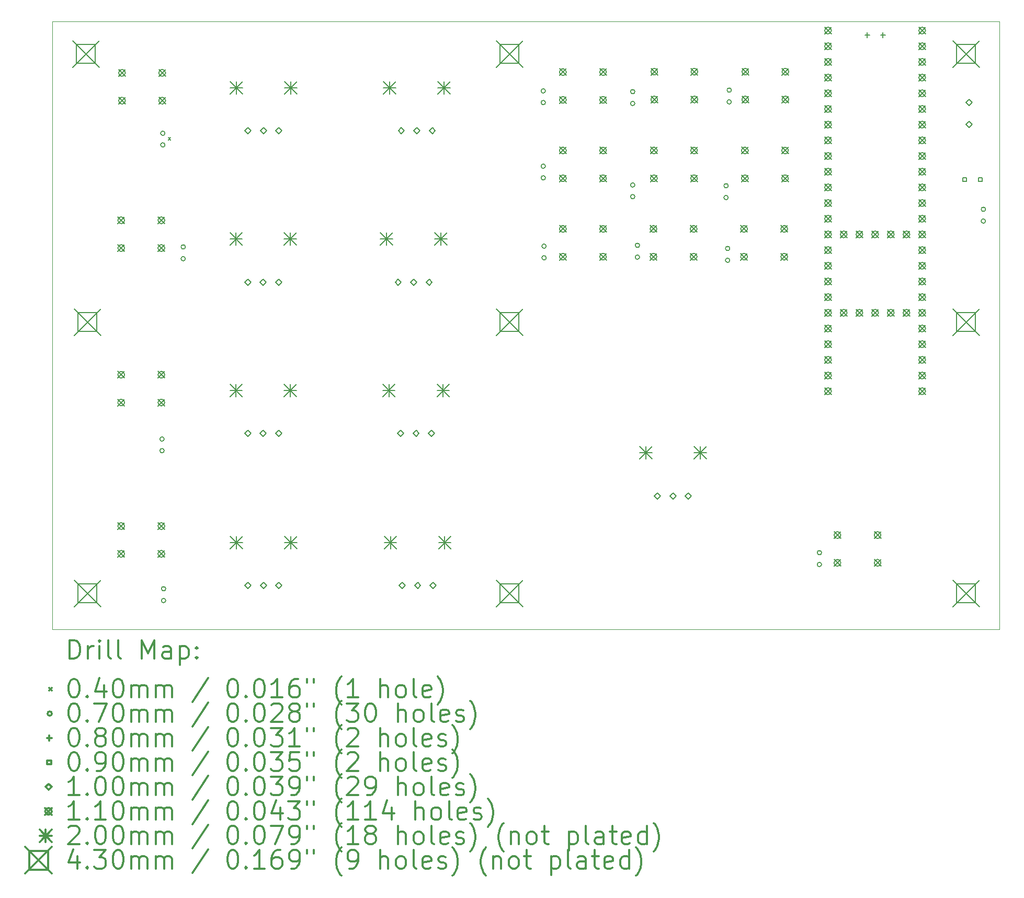
<source format=gbr>
%FSLAX45Y45*%
G04 Gerber Fmt 4.5, Leading zero omitted, Abs format (unit mm)*
G04 Created by KiCad (PCBNEW (5.1.4-0-10_14)) date 2020-08-27 08:40:02*
%MOMM*%
%LPD*%
G04 APERTURE LIST*
%ADD10C,0.100000*%
%ADD11C,0.200000*%
%ADD12C,0.300000*%
G04 APERTURE END LIST*
D10*
X7632700Y-16078200D02*
X7632700Y-6229350D01*
X22967950Y-16078200D02*
X7632700Y-16078200D01*
X22967950Y-6229350D02*
X22967950Y-16078200D01*
X7632700Y-6229350D02*
X22967950Y-6229350D01*
D11*
X9511240Y-8111440D02*
X9551240Y-8151440D01*
X9551240Y-8111440D02*
X9511240Y-8151440D01*
X15617900Y-8572500D02*
G75*
G03X15617900Y-8572500I-35000J0D01*
G01*
X15617900Y-8762500D02*
G75*
G03X15617900Y-8762500I-35000J0D01*
G01*
X17141900Y-9855200D02*
G75*
G03X17141900Y-9855200I-35000J0D01*
G01*
X17141900Y-10045200D02*
G75*
G03X17141900Y-10045200I-35000J0D01*
G01*
X17065700Y-8877300D02*
G75*
G03X17065700Y-8877300I-35000J0D01*
G01*
X17065700Y-9067300D02*
G75*
G03X17065700Y-9067300I-35000J0D01*
G01*
X17065700Y-7366000D02*
G75*
G03X17065700Y-7366000I-35000J0D01*
G01*
X17065700Y-7556000D02*
G75*
G03X17065700Y-7556000I-35000J0D01*
G01*
X18602400Y-9906000D02*
G75*
G03X18602400Y-9906000I-35000J0D01*
G01*
X18602400Y-10096000D02*
G75*
G03X18602400Y-10096000I-35000J0D01*
G01*
X15630600Y-9867900D02*
G75*
G03X15630600Y-9867900I-35000J0D01*
G01*
X15630600Y-10057900D02*
G75*
G03X15630600Y-10057900I-35000J0D01*
G01*
X20088300Y-14833600D02*
G75*
G03X20088300Y-14833600I-35000J0D01*
G01*
X20088300Y-15023600D02*
G75*
G03X20088300Y-15023600I-35000J0D01*
G01*
X18577000Y-8890000D02*
G75*
G03X18577000Y-8890000I-35000J0D01*
G01*
X18577000Y-9080000D02*
G75*
G03X18577000Y-9080000I-35000J0D01*
G01*
X15617900Y-7353300D02*
G75*
G03X15617900Y-7353300I-35000J0D01*
G01*
X9458400Y-8039100D02*
G75*
G03X9458400Y-8039100I-35000J0D01*
G01*
X9458400Y-8229100D02*
G75*
G03X9458400Y-8229100I-35000J0D01*
G01*
X15617900Y-7543300D02*
G75*
G03X15617900Y-7543300I-35000J0D01*
G01*
X18627800Y-7340600D02*
G75*
G03X18627800Y-7340600I-35000J0D01*
G01*
X18627800Y-7530600D02*
G75*
G03X18627800Y-7530600I-35000J0D01*
G01*
X9471100Y-15417800D02*
G75*
G03X9471100Y-15417800I-35000J0D01*
G01*
X9471100Y-15607800D02*
G75*
G03X9471100Y-15607800I-35000J0D01*
G01*
X9445700Y-12992100D02*
G75*
G03X9445700Y-12992100I-35000J0D01*
G01*
X9445700Y-13182100D02*
G75*
G03X9445700Y-13182100I-35000J0D01*
G01*
X9788600Y-9880600D02*
G75*
G03X9788600Y-9880600I-35000J0D01*
G01*
X9788600Y-10070600D02*
G75*
G03X9788600Y-10070600I-35000J0D01*
G01*
X22742600Y-9271000D02*
G75*
G03X22742600Y-9271000I-35000J0D01*
G01*
X22742600Y-9461000D02*
G75*
G03X22742600Y-9461000I-35000J0D01*
G01*
X20828000Y-6408400D02*
X20828000Y-6488400D01*
X20788000Y-6448400D02*
X20868000Y-6448400D01*
X21082000Y-6408400D02*
X21082000Y-6488400D01*
X21042000Y-6448400D02*
X21122000Y-6448400D01*
X22434620Y-8820220D02*
X22434620Y-8756580D01*
X22370980Y-8756580D01*
X22370980Y-8820220D01*
X22434620Y-8820220D01*
X22688620Y-8820220D02*
X22688620Y-8756580D01*
X22624980Y-8756580D01*
X22624980Y-8820220D01*
X22688620Y-8820220D01*
X13298600Y-15417000D02*
X13348600Y-15367000D01*
X13298600Y-15317000D01*
X13248600Y-15367000D01*
X13298600Y-15417000D01*
X13548600Y-15417000D02*
X13598600Y-15367000D01*
X13548600Y-15317000D01*
X13498600Y-15367000D01*
X13548600Y-15417000D01*
X11049000Y-12953200D02*
X11099000Y-12903200D01*
X11049000Y-12853200D01*
X10999000Y-12903200D01*
X11049000Y-12953200D01*
X11299000Y-12953200D02*
X11349000Y-12903200D01*
X11299000Y-12853200D01*
X11249000Y-12903200D01*
X11299000Y-12953200D01*
X13798600Y-15417000D02*
X13848600Y-15367000D01*
X13798600Y-15317000D01*
X13748600Y-15367000D01*
X13798600Y-15417000D01*
X22479000Y-7593800D02*
X22529000Y-7543800D01*
X22479000Y-7493800D01*
X22429000Y-7543800D01*
X22479000Y-7593800D01*
X22479000Y-7943800D02*
X22529000Y-7893800D01*
X22479000Y-7843800D01*
X22429000Y-7893800D01*
X22479000Y-7943800D01*
X13273200Y-12953200D02*
X13323200Y-12903200D01*
X13273200Y-12853200D01*
X13223200Y-12903200D01*
X13273200Y-12953200D01*
X13523200Y-12953200D02*
X13573200Y-12903200D01*
X13523200Y-12853200D01*
X13473200Y-12903200D01*
X13523200Y-12953200D01*
X13773200Y-12953200D02*
X13823200Y-12903200D01*
X13773200Y-12853200D01*
X13723200Y-12903200D01*
X13773200Y-12953200D01*
X13235000Y-10502100D02*
X13285000Y-10452100D01*
X13235000Y-10402100D01*
X13185000Y-10452100D01*
X13235000Y-10502100D01*
X13485000Y-10502100D02*
X13535000Y-10452100D01*
X13485000Y-10402100D01*
X13435000Y-10452100D01*
X13485000Y-10502100D01*
X13285800Y-8051000D02*
X13335800Y-8001000D01*
X13285800Y-7951000D01*
X13235800Y-8001000D01*
X13285800Y-8051000D01*
X13535800Y-8051000D02*
X13585800Y-8001000D01*
X13535800Y-7951000D01*
X13485800Y-8001000D01*
X13535800Y-8051000D01*
X13785800Y-8051000D02*
X13835800Y-8001000D01*
X13785800Y-7951000D01*
X13735800Y-8001000D01*
X13785800Y-8051000D01*
X10799000Y-12953200D02*
X10849000Y-12903200D01*
X10799000Y-12853200D01*
X10749000Y-12903200D01*
X10799000Y-12953200D01*
X13735000Y-10502100D02*
X13785000Y-10452100D01*
X13735000Y-10402100D01*
X13685000Y-10452100D01*
X13735000Y-10502100D01*
X10799000Y-10502100D02*
X10849000Y-10452100D01*
X10799000Y-10402100D01*
X10749000Y-10452100D01*
X10799000Y-10502100D01*
X11049000Y-10502100D02*
X11099000Y-10452100D01*
X11049000Y-10402100D01*
X10999000Y-10452100D01*
X11049000Y-10502100D01*
X11053000Y-15417000D02*
X11103000Y-15367000D01*
X11053000Y-15317000D01*
X11003000Y-15367000D01*
X11053000Y-15417000D01*
X11303000Y-15417000D02*
X11353000Y-15367000D01*
X11303000Y-15317000D01*
X11253000Y-15367000D01*
X11303000Y-15417000D01*
X11299000Y-10502100D02*
X11349000Y-10452100D01*
X11299000Y-10402100D01*
X11249000Y-10452100D01*
X11299000Y-10502100D01*
X10803000Y-15417000D02*
X10853000Y-15367000D01*
X10803000Y-15317000D01*
X10753000Y-15367000D01*
X10803000Y-15417000D01*
X10803000Y-8051000D02*
X10853000Y-8001000D01*
X10803000Y-7951000D01*
X10753000Y-8001000D01*
X10803000Y-8051000D01*
X11053000Y-8051000D02*
X11103000Y-8001000D01*
X11053000Y-7951000D01*
X11003000Y-8001000D01*
X11053000Y-8051000D01*
X11303000Y-8051000D02*
X11353000Y-8001000D01*
X11303000Y-7951000D01*
X11253000Y-8001000D01*
X11303000Y-8051000D01*
X17432400Y-13962800D02*
X17482400Y-13912800D01*
X17432400Y-13862800D01*
X17382400Y-13912800D01*
X17432400Y-13962800D01*
X17682400Y-13962800D02*
X17732400Y-13912800D01*
X17682400Y-13862800D01*
X17632400Y-13912800D01*
X17682400Y-13962800D01*
X17932400Y-13962800D02*
X17982400Y-13912800D01*
X17932400Y-13862800D01*
X17882400Y-13912800D01*
X17932400Y-13962800D01*
X16495400Y-8263500D02*
X16605400Y-8373500D01*
X16605400Y-8263500D02*
X16495400Y-8373500D01*
X16605400Y-8318500D02*
G75*
G03X16605400Y-8318500I-55000J0D01*
G01*
X18791800Y-8713500D02*
X18901800Y-8823500D01*
X18901800Y-8713500D02*
X18791800Y-8823500D01*
X18901800Y-8768500D02*
G75*
G03X18901800Y-8768500I-55000J0D01*
G01*
X19441800Y-8263500D02*
X19551800Y-8373500D01*
X19551800Y-8263500D02*
X19441800Y-8373500D01*
X19551800Y-8318500D02*
G75*
G03X19551800Y-8318500I-55000J0D01*
G01*
X19441800Y-8713500D02*
X19551800Y-8823500D01*
X19551800Y-8713500D02*
X19441800Y-8823500D01*
X19551800Y-8768500D02*
G75*
G03X19551800Y-8768500I-55000J0D01*
G01*
X15845400Y-8263500D02*
X15955400Y-8373500D01*
X15955400Y-8263500D02*
X15845400Y-8373500D01*
X15955400Y-8318500D02*
G75*
G03X15955400Y-8318500I-55000J0D01*
G01*
X15845400Y-8713500D02*
X15955400Y-8823500D01*
X15955400Y-8713500D02*
X15845400Y-8823500D01*
X15955400Y-8768500D02*
G75*
G03X15955400Y-8768500I-55000J0D01*
G01*
X16495400Y-8713500D02*
X16605400Y-8823500D01*
X16605400Y-8713500D02*
X16495400Y-8823500D01*
X16605400Y-8768500D02*
G75*
G03X16605400Y-8768500I-55000J0D01*
G01*
X8708000Y-7006200D02*
X8818000Y-7116200D01*
X8818000Y-7006200D02*
X8708000Y-7116200D01*
X8818000Y-7061200D02*
G75*
G03X8818000Y-7061200I-55000J0D01*
G01*
X8708000Y-7456200D02*
X8818000Y-7566200D01*
X8818000Y-7456200D02*
X8708000Y-7566200D01*
X8818000Y-7511200D02*
G75*
G03X8818000Y-7511200I-55000J0D01*
G01*
X9358000Y-7006200D02*
X9468000Y-7116200D01*
X9468000Y-7006200D02*
X9358000Y-7116200D01*
X9468000Y-7061200D02*
G75*
G03X9468000Y-7061200I-55000J0D01*
G01*
X9358000Y-7456200D02*
X9468000Y-7566200D01*
X9468000Y-7456200D02*
X9358000Y-7566200D01*
X9468000Y-7511200D02*
G75*
G03X9468000Y-7511200I-55000J0D01*
G01*
X18798200Y-6987150D02*
X18908200Y-7097150D01*
X18908200Y-6987150D02*
X18798200Y-7097150D01*
X18908200Y-7042150D02*
G75*
G03X18908200Y-7042150I-55000J0D01*
G01*
X18798200Y-7437150D02*
X18908200Y-7547150D01*
X18908200Y-7437150D02*
X18798200Y-7547150D01*
X18908200Y-7492150D02*
G75*
G03X18908200Y-7492150I-55000J0D01*
G01*
X19448200Y-6987150D02*
X19558200Y-7097150D01*
X19558200Y-6987150D02*
X19448200Y-7097150D01*
X19558200Y-7042150D02*
G75*
G03X19558200Y-7042150I-55000J0D01*
G01*
X19448200Y-7437150D02*
X19558200Y-7547150D01*
X19558200Y-7437150D02*
X19448200Y-7547150D01*
X19558200Y-7492150D02*
G75*
G03X19558200Y-7492150I-55000J0D01*
G01*
X8695300Y-9393800D02*
X8805300Y-9503800D01*
X8805300Y-9393800D02*
X8695300Y-9503800D01*
X8805300Y-9448800D02*
G75*
G03X8805300Y-9448800I-55000J0D01*
G01*
X8695300Y-9843800D02*
X8805300Y-9953800D01*
X8805300Y-9843800D02*
X8695300Y-9953800D01*
X8805300Y-9898800D02*
G75*
G03X8805300Y-9898800I-55000J0D01*
G01*
X9345300Y-9393800D02*
X9455300Y-9503800D01*
X9455300Y-9393800D02*
X9345300Y-9503800D01*
X9455300Y-9448800D02*
G75*
G03X9455300Y-9448800I-55000J0D01*
G01*
X9345300Y-9843800D02*
X9455300Y-9953800D01*
X9455300Y-9843800D02*
X9345300Y-9953800D01*
X9455300Y-9898800D02*
G75*
G03X9455300Y-9898800I-55000J0D01*
G01*
X18779100Y-9533500D02*
X18889100Y-9643500D01*
X18889100Y-9533500D02*
X18779100Y-9643500D01*
X18889100Y-9588500D02*
G75*
G03X18889100Y-9588500I-55000J0D01*
G01*
X18779100Y-9983500D02*
X18889100Y-10093500D01*
X18889100Y-9983500D02*
X18779100Y-10093500D01*
X18889100Y-10038500D02*
G75*
G03X18889100Y-10038500I-55000J0D01*
G01*
X19429100Y-9533500D02*
X19539100Y-9643500D01*
X19539100Y-9533500D02*
X19429100Y-9643500D01*
X19539100Y-9588500D02*
G75*
G03X19539100Y-9588500I-55000J0D01*
G01*
X19429100Y-9983500D02*
X19539100Y-10093500D01*
X19539100Y-9983500D02*
X19429100Y-10093500D01*
X19539100Y-10038500D02*
G75*
G03X19539100Y-10038500I-55000J0D01*
G01*
X17325000Y-6987150D02*
X17435000Y-7097150D01*
X17435000Y-6987150D02*
X17325000Y-7097150D01*
X17435000Y-7042150D02*
G75*
G03X17435000Y-7042150I-55000J0D01*
G01*
X17325000Y-7437150D02*
X17435000Y-7547150D01*
X17435000Y-7437150D02*
X17325000Y-7547150D01*
X17435000Y-7492150D02*
G75*
G03X17435000Y-7492150I-55000J0D01*
G01*
X17975000Y-6987150D02*
X18085000Y-7097150D01*
X18085000Y-6987150D02*
X17975000Y-7097150D01*
X18085000Y-7042150D02*
G75*
G03X18085000Y-7042150I-55000J0D01*
G01*
X17975000Y-7437150D02*
X18085000Y-7547150D01*
X18085000Y-7437150D02*
X17975000Y-7547150D01*
X18085000Y-7492150D02*
G75*
G03X18085000Y-7492150I-55000J0D01*
G01*
X20290400Y-14492800D02*
X20400400Y-14602800D01*
X20400400Y-14492800D02*
X20290400Y-14602800D01*
X20400400Y-14547800D02*
G75*
G03X20400400Y-14547800I-55000J0D01*
G01*
X20290400Y-14942800D02*
X20400400Y-15052800D01*
X20400400Y-14942800D02*
X20290400Y-15052800D01*
X20400400Y-14997800D02*
G75*
G03X20400400Y-14997800I-55000J0D01*
G01*
X20940400Y-14492800D02*
X21050400Y-14602800D01*
X21050400Y-14492800D02*
X20940400Y-14602800D01*
X21050400Y-14547800D02*
G75*
G03X21050400Y-14547800I-55000J0D01*
G01*
X20940400Y-14942800D02*
X21050400Y-15052800D01*
X21050400Y-14942800D02*
X20940400Y-15052800D01*
X21050400Y-14997800D02*
G75*
G03X21050400Y-14997800I-55000J0D01*
G01*
X20138000Y-6320400D02*
X20248000Y-6430400D01*
X20248000Y-6320400D02*
X20138000Y-6430400D01*
X20248000Y-6375400D02*
G75*
G03X20248000Y-6375400I-55000J0D01*
G01*
X20138000Y-6574400D02*
X20248000Y-6684400D01*
X20248000Y-6574400D02*
X20138000Y-6684400D01*
X20248000Y-6629400D02*
G75*
G03X20248000Y-6629400I-55000J0D01*
G01*
X20138000Y-6828400D02*
X20248000Y-6938400D01*
X20248000Y-6828400D02*
X20138000Y-6938400D01*
X20248000Y-6883400D02*
G75*
G03X20248000Y-6883400I-55000J0D01*
G01*
X20138000Y-7082400D02*
X20248000Y-7192400D01*
X20248000Y-7082400D02*
X20138000Y-7192400D01*
X20248000Y-7137400D02*
G75*
G03X20248000Y-7137400I-55000J0D01*
G01*
X20138000Y-7336400D02*
X20248000Y-7446400D01*
X20248000Y-7336400D02*
X20138000Y-7446400D01*
X20248000Y-7391400D02*
G75*
G03X20248000Y-7391400I-55000J0D01*
G01*
X20138000Y-7590400D02*
X20248000Y-7700400D01*
X20248000Y-7590400D02*
X20138000Y-7700400D01*
X20248000Y-7645400D02*
G75*
G03X20248000Y-7645400I-55000J0D01*
G01*
X18791800Y-8263500D02*
X18901800Y-8373500D01*
X18901800Y-8263500D02*
X18791800Y-8373500D01*
X18901800Y-8318500D02*
G75*
G03X18901800Y-8318500I-55000J0D01*
G01*
X20138000Y-7844400D02*
X20248000Y-7954400D01*
X20248000Y-7844400D02*
X20138000Y-7954400D01*
X20248000Y-7899400D02*
G75*
G03X20248000Y-7899400I-55000J0D01*
G01*
X20138000Y-8098400D02*
X20248000Y-8208400D01*
X20248000Y-8098400D02*
X20138000Y-8208400D01*
X20248000Y-8153400D02*
G75*
G03X20248000Y-8153400I-55000J0D01*
G01*
X20138000Y-8352400D02*
X20248000Y-8462400D01*
X20248000Y-8352400D02*
X20138000Y-8462400D01*
X20248000Y-8407400D02*
G75*
G03X20248000Y-8407400I-55000J0D01*
G01*
X20138000Y-8606400D02*
X20248000Y-8716400D01*
X20248000Y-8606400D02*
X20138000Y-8716400D01*
X20248000Y-8661400D02*
G75*
G03X20248000Y-8661400I-55000J0D01*
G01*
X20138000Y-8860400D02*
X20248000Y-8970400D01*
X20248000Y-8860400D02*
X20138000Y-8970400D01*
X20248000Y-8915400D02*
G75*
G03X20248000Y-8915400I-55000J0D01*
G01*
X20138000Y-9114400D02*
X20248000Y-9224400D01*
X20248000Y-9114400D02*
X20138000Y-9224400D01*
X20248000Y-9169400D02*
G75*
G03X20248000Y-9169400I-55000J0D01*
G01*
X20138000Y-9368400D02*
X20248000Y-9478400D01*
X20248000Y-9368400D02*
X20138000Y-9478400D01*
X20248000Y-9423400D02*
G75*
G03X20248000Y-9423400I-55000J0D01*
G01*
X20138000Y-9622400D02*
X20248000Y-9732400D01*
X20248000Y-9622400D02*
X20138000Y-9732400D01*
X20248000Y-9677400D02*
G75*
G03X20248000Y-9677400I-55000J0D01*
G01*
X20138000Y-9876400D02*
X20248000Y-9986400D01*
X20248000Y-9876400D02*
X20138000Y-9986400D01*
X20248000Y-9931400D02*
G75*
G03X20248000Y-9931400I-55000J0D01*
G01*
X20138000Y-10130400D02*
X20248000Y-10240400D01*
X20248000Y-10130400D02*
X20138000Y-10240400D01*
X20248000Y-10185400D02*
G75*
G03X20248000Y-10185400I-55000J0D01*
G01*
X15845400Y-9533500D02*
X15955400Y-9643500D01*
X15955400Y-9533500D02*
X15845400Y-9643500D01*
X15955400Y-9588500D02*
G75*
G03X15955400Y-9588500I-55000J0D01*
G01*
X15845400Y-9983500D02*
X15955400Y-10093500D01*
X15955400Y-9983500D02*
X15845400Y-10093500D01*
X15955400Y-10038500D02*
G75*
G03X15955400Y-10038500I-55000J0D01*
G01*
X16495400Y-9533500D02*
X16605400Y-9643500D01*
X16605400Y-9533500D02*
X16495400Y-9643500D01*
X16605400Y-9588500D02*
G75*
G03X16605400Y-9588500I-55000J0D01*
G01*
X16495400Y-9983500D02*
X16605400Y-10093500D01*
X16605400Y-9983500D02*
X16495400Y-10093500D01*
X16605400Y-10038500D02*
G75*
G03X16605400Y-10038500I-55000J0D01*
G01*
X8695300Y-14346800D02*
X8805300Y-14456800D01*
X8805300Y-14346800D02*
X8695300Y-14456800D01*
X8805300Y-14401800D02*
G75*
G03X8805300Y-14401800I-55000J0D01*
G01*
X8695300Y-14796800D02*
X8805300Y-14906800D01*
X8805300Y-14796800D02*
X8695300Y-14906800D01*
X8805300Y-14851800D02*
G75*
G03X8805300Y-14851800I-55000J0D01*
G01*
X9345300Y-14346800D02*
X9455300Y-14456800D01*
X9455300Y-14346800D02*
X9345300Y-14456800D01*
X9455300Y-14401800D02*
G75*
G03X9455300Y-14401800I-55000J0D01*
G01*
X9345300Y-14796800D02*
X9455300Y-14906800D01*
X9455300Y-14796800D02*
X9345300Y-14906800D01*
X9455300Y-14851800D02*
G75*
G03X9455300Y-14851800I-55000J0D01*
G01*
X15845400Y-6993500D02*
X15955400Y-7103500D01*
X15955400Y-6993500D02*
X15845400Y-7103500D01*
X15955400Y-7048500D02*
G75*
G03X15955400Y-7048500I-55000J0D01*
G01*
X21662000Y-6574400D02*
X21772000Y-6684400D01*
X21772000Y-6574400D02*
X21662000Y-6684400D01*
X21772000Y-6629400D02*
G75*
G03X21772000Y-6629400I-55000J0D01*
G01*
X20138000Y-10384400D02*
X20248000Y-10494400D01*
X20248000Y-10384400D02*
X20138000Y-10494400D01*
X20248000Y-10439400D02*
G75*
G03X20248000Y-10439400I-55000J0D01*
G01*
X20138000Y-10638400D02*
X20248000Y-10748400D01*
X20248000Y-10638400D02*
X20138000Y-10748400D01*
X20248000Y-10693400D02*
G75*
G03X20248000Y-10693400I-55000J0D01*
G01*
X20138000Y-10892400D02*
X20248000Y-11002400D01*
X20248000Y-10892400D02*
X20138000Y-11002400D01*
X20248000Y-10947400D02*
G75*
G03X20248000Y-10947400I-55000J0D01*
G01*
X20138000Y-11146400D02*
X20248000Y-11256400D01*
X20248000Y-11146400D02*
X20138000Y-11256400D01*
X20248000Y-11201400D02*
G75*
G03X20248000Y-11201400I-55000J0D01*
G01*
X20138000Y-11400400D02*
X20248000Y-11510400D01*
X20248000Y-11400400D02*
X20138000Y-11510400D01*
X20248000Y-11455400D02*
G75*
G03X20248000Y-11455400I-55000J0D01*
G01*
X20138000Y-11654400D02*
X20248000Y-11764400D01*
X20248000Y-11654400D02*
X20138000Y-11764400D01*
X20248000Y-11709400D02*
G75*
G03X20248000Y-11709400I-55000J0D01*
G01*
X20138000Y-11908400D02*
X20248000Y-12018400D01*
X20248000Y-11908400D02*
X20138000Y-12018400D01*
X20248000Y-11963400D02*
G75*
G03X20248000Y-11963400I-55000J0D01*
G01*
X20138000Y-12162400D02*
X20248000Y-12272400D01*
X20248000Y-12162400D02*
X20138000Y-12272400D01*
X20248000Y-12217400D02*
G75*
G03X20248000Y-12217400I-55000J0D01*
G01*
X20392000Y-9622400D02*
X20502000Y-9732400D01*
X20502000Y-9622400D02*
X20392000Y-9732400D01*
X20502000Y-9677400D02*
G75*
G03X20502000Y-9677400I-55000J0D01*
G01*
X20392000Y-10892400D02*
X20502000Y-11002400D01*
X20502000Y-10892400D02*
X20392000Y-11002400D01*
X20502000Y-10947400D02*
G75*
G03X20502000Y-10947400I-55000J0D01*
G01*
X20646000Y-9622400D02*
X20756000Y-9732400D01*
X20756000Y-9622400D02*
X20646000Y-9732400D01*
X20756000Y-9677400D02*
G75*
G03X20756000Y-9677400I-55000J0D01*
G01*
X20646000Y-10892400D02*
X20756000Y-11002400D01*
X20756000Y-10892400D02*
X20646000Y-11002400D01*
X20756000Y-10947400D02*
G75*
G03X20756000Y-10947400I-55000J0D01*
G01*
X20900000Y-9622400D02*
X21010000Y-9732400D01*
X21010000Y-9622400D02*
X20900000Y-9732400D01*
X21010000Y-9677400D02*
G75*
G03X21010000Y-9677400I-55000J0D01*
G01*
X20900000Y-10892400D02*
X21010000Y-11002400D01*
X21010000Y-10892400D02*
X20900000Y-11002400D01*
X21010000Y-10947400D02*
G75*
G03X21010000Y-10947400I-55000J0D01*
G01*
X21154000Y-9622400D02*
X21264000Y-9732400D01*
X21264000Y-9622400D02*
X21154000Y-9732400D01*
X21264000Y-9677400D02*
G75*
G03X21264000Y-9677400I-55000J0D01*
G01*
X21154000Y-10892400D02*
X21264000Y-11002400D01*
X21264000Y-10892400D02*
X21154000Y-11002400D01*
X21264000Y-10947400D02*
G75*
G03X21264000Y-10947400I-55000J0D01*
G01*
X21408000Y-9622400D02*
X21518000Y-9732400D01*
X21518000Y-9622400D02*
X21408000Y-9732400D01*
X21518000Y-9677400D02*
G75*
G03X21518000Y-9677400I-55000J0D01*
G01*
X21408000Y-10892400D02*
X21518000Y-11002400D01*
X21518000Y-10892400D02*
X21408000Y-11002400D01*
X21518000Y-10947400D02*
G75*
G03X21518000Y-10947400I-55000J0D01*
G01*
X21662000Y-6320400D02*
X21772000Y-6430400D01*
X21772000Y-6320400D02*
X21662000Y-6430400D01*
X21772000Y-6375400D02*
G75*
G03X21772000Y-6375400I-55000J0D01*
G01*
X21662000Y-6828400D02*
X21772000Y-6938400D01*
X21772000Y-6828400D02*
X21662000Y-6938400D01*
X21772000Y-6883400D02*
G75*
G03X21772000Y-6883400I-55000J0D01*
G01*
X21662000Y-7082400D02*
X21772000Y-7192400D01*
X21772000Y-7082400D02*
X21662000Y-7192400D01*
X21772000Y-7137400D02*
G75*
G03X21772000Y-7137400I-55000J0D01*
G01*
X21662000Y-7336400D02*
X21772000Y-7446400D01*
X21772000Y-7336400D02*
X21662000Y-7446400D01*
X21772000Y-7391400D02*
G75*
G03X21772000Y-7391400I-55000J0D01*
G01*
X21662000Y-7590400D02*
X21772000Y-7700400D01*
X21772000Y-7590400D02*
X21662000Y-7700400D01*
X21772000Y-7645400D02*
G75*
G03X21772000Y-7645400I-55000J0D01*
G01*
X21662000Y-7844400D02*
X21772000Y-7954400D01*
X21772000Y-7844400D02*
X21662000Y-7954400D01*
X21772000Y-7899400D02*
G75*
G03X21772000Y-7899400I-55000J0D01*
G01*
X21662000Y-8098400D02*
X21772000Y-8208400D01*
X21772000Y-8098400D02*
X21662000Y-8208400D01*
X21772000Y-8153400D02*
G75*
G03X21772000Y-8153400I-55000J0D01*
G01*
X21662000Y-8352400D02*
X21772000Y-8462400D01*
X21772000Y-8352400D02*
X21662000Y-8462400D01*
X21772000Y-8407400D02*
G75*
G03X21772000Y-8407400I-55000J0D01*
G01*
X21662000Y-8606400D02*
X21772000Y-8716400D01*
X21772000Y-8606400D02*
X21662000Y-8716400D01*
X21772000Y-8661400D02*
G75*
G03X21772000Y-8661400I-55000J0D01*
G01*
X21662000Y-8860400D02*
X21772000Y-8970400D01*
X21772000Y-8860400D02*
X21662000Y-8970400D01*
X21772000Y-8915400D02*
G75*
G03X21772000Y-8915400I-55000J0D01*
G01*
X21662000Y-9114400D02*
X21772000Y-9224400D01*
X21772000Y-9114400D02*
X21662000Y-9224400D01*
X21772000Y-9169400D02*
G75*
G03X21772000Y-9169400I-55000J0D01*
G01*
X21662000Y-9622400D02*
X21772000Y-9732400D01*
X21772000Y-9622400D02*
X21662000Y-9732400D01*
X21772000Y-9677400D02*
G75*
G03X21772000Y-9677400I-55000J0D01*
G01*
X17962200Y-9533500D02*
X18072200Y-9643500D01*
X18072200Y-9533500D02*
X17962200Y-9643500D01*
X18072200Y-9588500D02*
G75*
G03X18072200Y-9588500I-55000J0D01*
G01*
X17962200Y-9983500D02*
X18072200Y-10093500D01*
X18072200Y-9983500D02*
X17962200Y-10093500D01*
X18072200Y-10038500D02*
G75*
G03X18072200Y-10038500I-55000J0D01*
G01*
X21662000Y-9368400D02*
X21772000Y-9478400D01*
X21772000Y-9368400D02*
X21662000Y-9478400D01*
X21772000Y-9423400D02*
G75*
G03X21772000Y-9423400I-55000J0D01*
G01*
X17312200Y-9533500D02*
X17422200Y-9643500D01*
X17422200Y-9533500D02*
X17312200Y-9643500D01*
X17422200Y-9588500D02*
G75*
G03X17422200Y-9588500I-55000J0D01*
G01*
X21662000Y-9876400D02*
X21772000Y-9986400D01*
X21772000Y-9876400D02*
X21662000Y-9986400D01*
X21772000Y-9931400D02*
G75*
G03X21772000Y-9931400I-55000J0D01*
G01*
X21662000Y-10130400D02*
X21772000Y-10240400D01*
X21772000Y-10130400D02*
X21662000Y-10240400D01*
X21772000Y-10185400D02*
G75*
G03X21772000Y-10185400I-55000J0D01*
G01*
X21662000Y-10384400D02*
X21772000Y-10494400D01*
X21772000Y-10384400D02*
X21662000Y-10494400D01*
X21772000Y-10439400D02*
G75*
G03X21772000Y-10439400I-55000J0D01*
G01*
X21662000Y-10638400D02*
X21772000Y-10748400D01*
X21772000Y-10638400D02*
X21662000Y-10748400D01*
X21772000Y-10693400D02*
G75*
G03X21772000Y-10693400I-55000J0D01*
G01*
X17312200Y-9983500D02*
X17422200Y-10093500D01*
X17422200Y-9983500D02*
X17312200Y-10093500D01*
X17422200Y-10038500D02*
G75*
G03X17422200Y-10038500I-55000J0D01*
G01*
X21662000Y-10892400D02*
X21772000Y-11002400D01*
X21772000Y-10892400D02*
X21662000Y-11002400D01*
X21772000Y-10947400D02*
G75*
G03X21772000Y-10947400I-55000J0D01*
G01*
X21662000Y-11146400D02*
X21772000Y-11256400D01*
X21772000Y-11146400D02*
X21662000Y-11256400D01*
X21772000Y-11201400D02*
G75*
G03X21772000Y-11201400I-55000J0D01*
G01*
X21662000Y-11400400D02*
X21772000Y-11510400D01*
X21772000Y-11400400D02*
X21662000Y-11510400D01*
X21772000Y-11455400D02*
G75*
G03X21772000Y-11455400I-55000J0D01*
G01*
X21662000Y-11654400D02*
X21772000Y-11764400D01*
X21772000Y-11654400D02*
X21662000Y-11764400D01*
X21772000Y-11709400D02*
G75*
G03X21772000Y-11709400I-55000J0D01*
G01*
X21662000Y-11908400D02*
X21772000Y-12018400D01*
X21772000Y-11908400D02*
X21662000Y-12018400D01*
X21772000Y-11963400D02*
G75*
G03X21772000Y-11963400I-55000J0D01*
G01*
X21662000Y-12162400D02*
X21772000Y-12272400D01*
X21772000Y-12162400D02*
X21662000Y-12272400D01*
X21772000Y-12217400D02*
G75*
G03X21772000Y-12217400I-55000J0D01*
G01*
X17318600Y-8263500D02*
X17428600Y-8373500D01*
X17428600Y-8263500D02*
X17318600Y-8373500D01*
X17428600Y-8318500D02*
G75*
G03X17428600Y-8318500I-55000J0D01*
G01*
X17318600Y-8713500D02*
X17428600Y-8823500D01*
X17428600Y-8713500D02*
X17318600Y-8823500D01*
X17428600Y-8768500D02*
G75*
G03X17428600Y-8768500I-55000J0D01*
G01*
X15845400Y-7443500D02*
X15955400Y-7553500D01*
X15955400Y-7443500D02*
X15845400Y-7553500D01*
X15955400Y-7498500D02*
G75*
G03X15955400Y-7498500I-55000J0D01*
G01*
X16495400Y-6993500D02*
X16605400Y-7103500D01*
X16605400Y-6993500D02*
X16495400Y-7103500D01*
X16605400Y-7048500D02*
G75*
G03X16605400Y-7048500I-55000J0D01*
G01*
X16495400Y-7443500D02*
X16605400Y-7553500D01*
X16605400Y-7443500D02*
X16495400Y-7553500D01*
X16605400Y-7498500D02*
G75*
G03X16605400Y-7498500I-55000J0D01*
G01*
X17968600Y-8263500D02*
X18078600Y-8373500D01*
X18078600Y-8263500D02*
X17968600Y-8373500D01*
X18078600Y-8318500D02*
G75*
G03X18078600Y-8318500I-55000J0D01*
G01*
X17968600Y-8713500D02*
X18078600Y-8823500D01*
X18078600Y-8713500D02*
X17968600Y-8823500D01*
X18078600Y-8768500D02*
G75*
G03X18078600Y-8768500I-55000J0D01*
G01*
X8695300Y-11895700D02*
X8805300Y-12005700D01*
X8805300Y-11895700D02*
X8695300Y-12005700D01*
X8805300Y-11950700D02*
G75*
G03X8805300Y-11950700I-55000J0D01*
G01*
X8695300Y-12345700D02*
X8805300Y-12455700D01*
X8805300Y-12345700D02*
X8695300Y-12455700D01*
X8805300Y-12400700D02*
G75*
G03X8805300Y-12400700I-55000J0D01*
G01*
X9345300Y-11895700D02*
X9455300Y-12005700D01*
X9455300Y-11895700D02*
X9345300Y-12005700D01*
X9455300Y-11950700D02*
G75*
G03X9455300Y-11950700I-55000J0D01*
G01*
X9345300Y-12345700D02*
X9455300Y-12455700D01*
X9455300Y-12345700D02*
X9345300Y-12455700D01*
X9455300Y-12400700D02*
G75*
G03X9455300Y-12400700I-55000J0D01*
G01*
X10513000Y-14567000D02*
X10713000Y-14767000D01*
X10713000Y-14567000D02*
X10513000Y-14767000D01*
X10613000Y-14567000D02*
X10613000Y-14767000D01*
X10513000Y-14667000D02*
X10713000Y-14667000D01*
X11393000Y-14567000D02*
X11593000Y-14767000D01*
X11593000Y-14567000D02*
X11393000Y-14767000D01*
X11493000Y-14567000D02*
X11493000Y-14767000D01*
X11393000Y-14667000D02*
X11593000Y-14667000D01*
X10513000Y-7201000D02*
X10713000Y-7401000D01*
X10713000Y-7201000D02*
X10513000Y-7401000D01*
X10613000Y-7201000D02*
X10613000Y-7401000D01*
X10513000Y-7301000D02*
X10713000Y-7301000D01*
X11393000Y-7201000D02*
X11593000Y-7401000D01*
X11593000Y-7201000D02*
X11393000Y-7401000D01*
X11493000Y-7201000D02*
X11493000Y-7401000D01*
X11393000Y-7301000D02*
X11593000Y-7301000D01*
X17142400Y-13112800D02*
X17342400Y-13312800D01*
X17342400Y-13112800D02*
X17142400Y-13312800D01*
X17242400Y-13112800D02*
X17242400Y-13312800D01*
X17142400Y-13212800D02*
X17342400Y-13212800D01*
X18022400Y-13112800D02*
X18222400Y-13312800D01*
X18222400Y-13112800D02*
X18022400Y-13312800D01*
X18122400Y-13112800D02*
X18122400Y-13312800D01*
X18022400Y-13212800D02*
X18222400Y-13212800D01*
X13008600Y-14567000D02*
X13208600Y-14767000D01*
X13208600Y-14567000D02*
X13008600Y-14767000D01*
X13108600Y-14567000D02*
X13108600Y-14767000D01*
X13008600Y-14667000D02*
X13208600Y-14667000D01*
X13888600Y-14567000D02*
X14088600Y-14767000D01*
X14088600Y-14567000D02*
X13888600Y-14767000D01*
X13988600Y-14567000D02*
X13988600Y-14767000D01*
X13888600Y-14667000D02*
X14088600Y-14667000D01*
X12983200Y-12103200D02*
X13183200Y-12303200D01*
X13183200Y-12103200D02*
X12983200Y-12303200D01*
X13083200Y-12103200D02*
X13083200Y-12303200D01*
X12983200Y-12203200D02*
X13183200Y-12203200D01*
X13863200Y-12103200D02*
X14063200Y-12303200D01*
X14063200Y-12103200D02*
X13863200Y-12303200D01*
X13963200Y-12103200D02*
X13963200Y-12303200D01*
X13863200Y-12203200D02*
X14063200Y-12203200D01*
X13875800Y-7201000D02*
X14075800Y-7401000D01*
X14075800Y-7201000D02*
X13875800Y-7401000D01*
X13975800Y-7201000D02*
X13975800Y-7401000D01*
X13875800Y-7301000D02*
X14075800Y-7301000D01*
X10509000Y-12103200D02*
X10709000Y-12303200D01*
X10709000Y-12103200D02*
X10509000Y-12303200D01*
X10609000Y-12103200D02*
X10609000Y-12303200D01*
X10509000Y-12203200D02*
X10709000Y-12203200D01*
X11389000Y-12103200D02*
X11589000Y-12303200D01*
X11589000Y-12103200D02*
X11389000Y-12303200D01*
X11489000Y-12103200D02*
X11489000Y-12303200D01*
X11389000Y-12203200D02*
X11589000Y-12203200D01*
X12945000Y-9652100D02*
X13145000Y-9852100D01*
X13145000Y-9652100D02*
X12945000Y-9852100D01*
X13045000Y-9652100D02*
X13045000Y-9852100D01*
X12945000Y-9752100D02*
X13145000Y-9752100D01*
X13825000Y-9652100D02*
X14025000Y-9852100D01*
X14025000Y-9652100D02*
X13825000Y-9852100D01*
X13925000Y-9652100D02*
X13925000Y-9852100D01*
X13825000Y-9752100D02*
X14025000Y-9752100D01*
X12995800Y-7201000D02*
X13195800Y-7401000D01*
X13195800Y-7201000D02*
X12995800Y-7401000D01*
X13095800Y-7201000D02*
X13095800Y-7401000D01*
X12995800Y-7301000D02*
X13195800Y-7301000D01*
X10509000Y-9652100D02*
X10709000Y-9852100D01*
X10709000Y-9652100D02*
X10509000Y-9852100D01*
X10609000Y-9652100D02*
X10609000Y-9852100D01*
X10509000Y-9752100D02*
X10709000Y-9752100D01*
X11389000Y-9652100D02*
X11589000Y-9852100D01*
X11589000Y-9652100D02*
X11389000Y-9852100D01*
X11489000Y-9652100D02*
X11489000Y-9852100D01*
X11389000Y-9752100D02*
X11589000Y-9752100D01*
X22213200Y-15279000D02*
X22643200Y-15709000D01*
X22643200Y-15279000D02*
X22213200Y-15709000D01*
X22580229Y-15646029D02*
X22580229Y-15341971D01*
X22276171Y-15341971D01*
X22276171Y-15646029D01*
X22580229Y-15646029D01*
X14821800Y-10885000D02*
X15251800Y-11315000D01*
X15251800Y-10885000D02*
X14821800Y-11315000D01*
X15188829Y-11252029D02*
X15188829Y-10947971D01*
X14884771Y-10947971D01*
X14884771Y-11252029D01*
X15188829Y-11252029D01*
X22213200Y-6541400D02*
X22643200Y-6971400D01*
X22643200Y-6541400D02*
X22213200Y-6971400D01*
X22580229Y-6908429D02*
X22580229Y-6604371D01*
X22276171Y-6604371D01*
X22276171Y-6908429D01*
X22580229Y-6908429D01*
X7989200Y-10884800D02*
X8419200Y-11314800D01*
X8419200Y-10884800D02*
X7989200Y-11314800D01*
X8356229Y-11251829D02*
X8356229Y-10947771D01*
X8052171Y-10947771D01*
X8052171Y-11251829D01*
X8356229Y-11251829D01*
X14821800Y-6541400D02*
X15251800Y-6971400D01*
X15251800Y-6541400D02*
X14821800Y-6971400D01*
X15188829Y-6908429D02*
X15188829Y-6604371D01*
X14884771Y-6604371D01*
X14884771Y-6908429D01*
X15188829Y-6908429D01*
X14821800Y-15279000D02*
X15251800Y-15709000D01*
X15251800Y-15279000D02*
X14821800Y-15709000D01*
X15188829Y-15646029D02*
X15188829Y-15341971D01*
X14884771Y-15341971D01*
X14884771Y-15646029D01*
X15188829Y-15646029D01*
X7989200Y-15279000D02*
X8419200Y-15709000D01*
X8419200Y-15279000D02*
X7989200Y-15709000D01*
X8356229Y-15646029D02*
X8356229Y-15341971D01*
X8052171Y-15341971D01*
X8052171Y-15646029D01*
X8356229Y-15646029D01*
X7963800Y-6541400D02*
X8393800Y-6971400D01*
X8393800Y-6541400D02*
X7963800Y-6971400D01*
X8330829Y-6908429D02*
X8330829Y-6604371D01*
X8026771Y-6604371D01*
X8026771Y-6908429D01*
X8330829Y-6908429D01*
X22213200Y-10885000D02*
X22643200Y-11315000D01*
X22643200Y-10885000D02*
X22213200Y-11315000D01*
X22580229Y-11252029D02*
X22580229Y-10947971D01*
X22276171Y-10947971D01*
X22276171Y-11252029D01*
X22580229Y-11252029D01*
D12*
X7914128Y-16548914D02*
X7914128Y-16248914D01*
X7985557Y-16248914D01*
X8028414Y-16263200D01*
X8056986Y-16291771D01*
X8071271Y-16320343D01*
X8085557Y-16377486D01*
X8085557Y-16420343D01*
X8071271Y-16477486D01*
X8056986Y-16506057D01*
X8028414Y-16534629D01*
X7985557Y-16548914D01*
X7914128Y-16548914D01*
X8214128Y-16548914D02*
X8214128Y-16348914D01*
X8214128Y-16406057D02*
X8228414Y-16377486D01*
X8242700Y-16363200D01*
X8271271Y-16348914D01*
X8299843Y-16348914D01*
X8399843Y-16548914D02*
X8399843Y-16348914D01*
X8399843Y-16248914D02*
X8385557Y-16263200D01*
X8399843Y-16277486D01*
X8414128Y-16263200D01*
X8399843Y-16248914D01*
X8399843Y-16277486D01*
X8585557Y-16548914D02*
X8556986Y-16534629D01*
X8542700Y-16506057D01*
X8542700Y-16248914D01*
X8742700Y-16548914D02*
X8714128Y-16534629D01*
X8699843Y-16506057D01*
X8699843Y-16248914D01*
X9085557Y-16548914D02*
X9085557Y-16248914D01*
X9185557Y-16463200D01*
X9285557Y-16248914D01*
X9285557Y-16548914D01*
X9556986Y-16548914D02*
X9556986Y-16391771D01*
X9542700Y-16363200D01*
X9514128Y-16348914D01*
X9456986Y-16348914D01*
X9428414Y-16363200D01*
X9556986Y-16534629D02*
X9528414Y-16548914D01*
X9456986Y-16548914D01*
X9428414Y-16534629D01*
X9414128Y-16506057D01*
X9414128Y-16477486D01*
X9428414Y-16448914D01*
X9456986Y-16434629D01*
X9528414Y-16434629D01*
X9556986Y-16420343D01*
X9699843Y-16348914D02*
X9699843Y-16648914D01*
X9699843Y-16363200D02*
X9728414Y-16348914D01*
X9785557Y-16348914D01*
X9814128Y-16363200D01*
X9828414Y-16377486D01*
X9842700Y-16406057D01*
X9842700Y-16491771D01*
X9828414Y-16520343D01*
X9814128Y-16534629D01*
X9785557Y-16548914D01*
X9728414Y-16548914D01*
X9699843Y-16534629D01*
X9971271Y-16520343D02*
X9985557Y-16534629D01*
X9971271Y-16548914D01*
X9956986Y-16534629D01*
X9971271Y-16520343D01*
X9971271Y-16548914D01*
X9971271Y-16363200D02*
X9985557Y-16377486D01*
X9971271Y-16391771D01*
X9956986Y-16377486D01*
X9971271Y-16363200D01*
X9971271Y-16391771D01*
X7587700Y-17023200D02*
X7627700Y-17063200D01*
X7627700Y-17023200D02*
X7587700Y-17063200D01*
X7971271Y-16878914D02*
X7999843Y-16878914D01*
X8028414Y-16893200D01*
X8042700Y-16907486D01*
X8056986Y-16936057D01*
X8071271Y-16993200D01*
X8071271Y-17064629D01*
X8056986Y-17121772D01*
X8042700Y-17150343D01*
X8028414Y-17164629D01*
X7999843Y-17178914D01*
X7971271Y-17178914D01*
X7942700Y-17164629D01*
X7928414Y-17150343D01*
X7914128Y-17121772D01*
X7899843Y-17064629D01*
X7899843Y-16993200D01*
X7914128Y-16936057D01*
X7928414Y-16907486D01*
X7942700Y-16893200D01*
X7971271Y-16878914D01*
X8199843Y-17150343D02*
X8214128Y-17164629D01*
X8199843Y-17178914D01*
X8185557Y-17164629D01*
X8199843Y-17150343D01*
X8199843Y-17178914D01*
X8471271Y-16978914D02*
X8471271Y-17178914D01*
X8399843Y-16864629D02*
X8328414Y-17078914D01*
X8514128Y-17078914D01*
X8685557Y-16878914D02*
X8714128Y-16878914D01*
X8742700Y-16893200D01*
X8756986Y-16907486D01*
X8771271Y-16936057D01*
X8785557Y-16993200D01*
X8785557Y-17064629D01*
X8771271Y-17121772D01*
X8756986Y-17150343D01*
X8742700Y-17164629D01*
X8714128Y-17178914D01*
X8685557Y-17178914D01*
X8656986Y-17164629D01*
X8642700Y-17150343D01*
X8628414Y-17121772D01*
X8614128Y-17064629D01*
X8614128Y-16993200D01*
X8628414Y-16936057D01*
X8642700Y-16907486D01*
X8656986Y-16893200D01*
X8685557Y-16878914D01*
X8914128Y-17178914D02*
X8914128Y-16978914D01*
X8914128Y-17007486D02*
X8928414Y-16993200D01*
X8956986Y-16978914D01*
X8999843Y-16978914D01*
X9028414Y-16993200D01*
X9042700Y-17021772D01*
X9042700Y-17178914D01*
X9042700Y-17021772D02*
X9056986Y-16993200D01*
X9085557Y-16978914D01*
X9128414Y-16978914D01*
X9156986Y-16993200D01*
X9171271Y-17021772D01*
X9171271Y-17178914D01*
X9314128Y-17178914D02*
X9314128Y-16978914D01*
X9314128Y-17007486D02*
X9328414Y-16993200D01*
X9356986Y-16978914D01*
X9399843Y-16978914D01*
X9428414Y-16993200D01*
X9442700Y-17021772D01*
X9442700Y-17178914D01*
X9442700Y-17021772D02*
X9456986Y-16993200D01*
X9485557Y-16978914D01*
X9528414Y-16978914D01*
X9556986Y-16993200D01*
X9571271Y-17021772D01*
X9571271Y-17178914D01*
X10156986Y-16864629D02*
X9899843Y-17250343D01*
X10542700Y-16878914D02*
X10571271Y-16878914D01*
X10599843Y-16893200D01*
X10614128Y-16907486D01*
X10628414Y-16936057D01*
X10642700Y-16993200D01*
X10642700Y-17064629D01*
X10628414Y-17121772D01*
X10614128Y-17150343D01*
X10599843Y-17164629D01*
X10571271Y-17178914D01*
X10542700Y-17178914D01*
X10514128Y-17164629D01*
X10499843Y-17150343D01*
X10485557Y-17121772D01*
X10471271Y-17064629D01*
X10471271Y-16993200D01*
X10485557Y-16936057D01*
X10499843Y-16907486D01*
X10514128Y-16893200D01*
X10542700Y-16878914D01*
X10771271Y-17150343D02*
X10785557Y-17164629D01*
X10771271Y-17178914D01*
X10756986Y-17164629D01*
X10771271Y-17150343D01*
X10771271Y-17178914D01*
X10971271Y-16878914D02*
X10999843Y-16878914D01*
X11028414Y-16893200D01*
X11042700Y-16907486D01*
X11056986Y-16936057D01*
X11071271Y-16993200D01*
X11071271Y-17064629D01*
X11056986Y-17121772D01*
X11042700Y-17150343D01*
X11028414Y-17164629D01*
X10999843Y-17178914D01*
X10971271Y-17178914D01*
X10942700Y-17164629D01*
X10928414Y-17150343D01*
X10914128Y-17121772D01*
X10899843Y-17064629D01*
X10899843Y-16993200D01*
X10914128Y-16936057D01*
X10928414Y-16907486D01*
X10942700Y-16893200D01*
X10971271Y-16878914D01*
X11356986Y-17178914D02*
X11185557Y-17178914D01*
X11271271Y-17178914D02*
X11271271Y-16878914D01*
X11242700Y-16921772D01*
X11214128Y-16950343D01*
X11185557Y-16964629D01*
X11614128Y-16878914D02*
X11556986Y-16878914D01*
X11528414Y-16893200D01*
X11514128Y-16907486D01*
X11485557Y-16950343D01*
X11471271Y-17007486D01*
X11471271Y-17121772D01*
X11485557Y-17150343D01*
X11499843Y-17164629D01*
X11528414Y-17178914D01*
X11585557Y-17178914D01*
X11614128Y-17164629D01*
X11628414Y-17150343D01*
X11642700Y-17121772D01*
X11642700Y-17050343D01*
X11628414Y-17021772D01*
X11614128Y-17007486D01*
X11585557Y-16993200D01*
X11528414Y-16993200D01*
X11499843Y-17007486D01*
X11485557Y-17021772D01*
X11471271Y-17050343D01*
X11756986Y-16878914D02*
X11756986Y-16936057D01*
X11871271Y-16878914D02*
X11871271Y-16936057D01*
X12314128Y-17293200D02*
X12299843Y-17278914D01*
X12271271Y-17236057D01*
X12256986Y-17207486D01*
X12242700Y-17164629D01*
X12228414Y-17093200D01*
X12228414Y-17036057D01*
X12242700Y-16964629D01*
X12256986Y-16921772D01*
X12271271Y-16893200D01*
X12299843Y-16850343D01*
X12314128Y-16836057D01*
X12585557Y-17178914D02*
X12414128Y-17178914D01*
X12499843Y-17178914D02*
X12499843Y-16878914D01*
X12471271Y-16921772D01*
X12442700Y-16950343D01*
X12414128Y-16964629D01*
X12942700Y-17178914D02*
X12942700Y-16878914D01*
X13071271Y-17178914D02*
X13071271Y-17021772D01*
X13056986Y-16993200D01*
X13028414Y-16978914D01*
X12985557Y-16978914D01*
X12956986Y-16993200D01*
X12942700Y-17007486D01*
X13256986Y-17178914D02*
X13228414Y-17164629D01*
X13214128Y-17150343D01*
X13199843Y-17121772D01*
X13199843Y-17036057D01*
X13214128Y-17007486D01*
X13228414Y-16993200D01*
X13256986Y-16978914D01*
X13299843Y-16978914D01*
X13328414Y-16993200D01*
X13342700Y-17007486D01*
X13356986Y-17036057D01*
X13356986Y-17121772D01*
X13342700Y-17150343D01*
X13328414Y-17164629D01*
X13299843Y-17178914D01*
X13256986Y-17178914D01*
X13528414Y-17178914D02*
X13499843Y-17164629D01*
X13485557Y-17136057D01*
X13485557Y-16878914D01*
X13756986Y-17164629D02*
X13728414Y-17178914D01*
X13671271Y-17178914D01*
X13642700Y-17164629D01*
X13628414Y-17136057D01*
X13628414Y-17021772D01*
X13642700Y-16993200D01*
X13671271Y-16978914D01*
X13728414Y-16978914D01*
X13756986Y-16993200D01*
X13771271Y-17021772D01*
X13771271Y-17050343D01*
X13628414Y-17078914D01*
X13871271Y-17293200D02*
X13885557Y-17278914D01*
X13914128Y-17236057D01*
X13928414Y-17207486D01*
X13942700Y-17164629D01*
X13956986Y-17093200D01*
X13956986Y-17036057D01*
X13942700Y-16964629D01*
X13928414Y-16921772D01*
X13914128Y-16893200D01*
X13885557Y-16850343D01*
X13871271Y-16836057D01*
X7627700Y-17439200D02*
G75*
G03X7627700Y-17439200I-35000J0D01*
G01*
X7971271Y-17274914D02*
X7999843Y-17274914D01*
X8028414Y-17289200D01*
X8042700Y-17303486D01*
X8056986Y-17332057D01*
X8071271Y-17389200D01*
X8071271Y-17460629D01*
X8056986Y-17517772D01*
X8042700Y-17546343D01*
X8028414Y-17560629D01*
X7999843Y-17574914D01*
X7971271Y-17574914D01*
X7942700Y-17560629D01*
X7928414Y-17546343D01*
X7914128Y-17517772D01*
X7899843Y-17460629D01*
X7899843Y-17389200D01*
X7914128Y-17332057D01*
X7928414Y-17303486D01*
X7942700Y-17289200D01*
X7971271Y-17274914D01*
X8199843Y-17546343D02*
X8214128Y-17560629D01*
X8199843Y-17574914D01*
X8185557Y-17560629D01*
X8199843Y-17546343D01*
X8199843Y-17574914D01*
X8314128Y-17274914D02*
X8514128Y-17274914D01*
X8385557Y-17574914D01*
X8685557Y-17274914D02*
X8714128Y-17274914D01*
X8742700Y-17289200D01*
X8756986Y-17303486D01*
X8771271Y-17332057D01*
X8785557Y-17389200D01*
X8785557Y-17460629D01*
X8771271Y-17517772D01*
X8756986Y-17546343D01*
X8742700Y-17560629D01*
X8714128Y-17574914D01*
X8685557Y-17574914D01*
X8656986Y-17560629D01*
X8642700Y-17546343D01*
X8628414Y-17517772D01*
X8614128Y-17460629D01*
X8614128Y-17389200D01*
X8628414Y-17332057D01*
X8642700Y-17303486D01*
X8656986Y-17289200D01*
X8685557Y-17274914D01*
X8914128Y-17574914D02*
X8914128Y-17374914D01*
X8914128Y-17403486D02*
X8928414Y-17389200D01*
X8956986Y-17374914D01*
X8999843Y-17374914D01*
X9028414Y-17389200D01*
X9042700Y-17417772D01*
X9042700Y-17574914D01*
X9042700Y-17417772D02*
X9056986Y-17389200D01*
X9085557Y-17374914D01*
X9128414Y-17374914D01*
X9156986Y-17389200D01*
X9171271Y-17417772D01*
X9171271Y-17574914D01*
X9314128Y-17574914D02*
X9314128Y-17374914D01*
X9314128Y-17403486D02*
X9328414Y-17389200D01*
X9356986Y-17374914D01*
X9399843Y-17374914D01*
X9428414Y-17389200D01*
X9442700Y-17417772D01*
X9442700Y-17574914D01*
X9442700Y-17417772D02*
X9456986Y-17389200D01*
X9485557Y-17374914D01*
X9528414Y-17374914D01*
X9556986Y-17389200D01*
X9571271Y-17417772D01*
X9571271Y-17574914D01*
X10156986Y-17260629D02*
X9899843Y-17646343D01*
X10542700Y-17274914D02*
X10571271Y-17274914D01*
X10599843Y-17289200D01*
X10614128Y-17303486D01*
X10628414Y-17332057D01*
X10642700Y-17389200D01*
X10642700Y-17460629D01*
X10628414Y-17517772D01*
X10614128Y-17546343D01*
X10599843Y-17560629D01*
X10571271Y-17574914D01*
X10542700Y-17574914D01*
X10514128Y-17560629D01*
X10499843Y-17546343D01*
X10485557Y-17517772D01*
X10471271Y-17460629D01*
X10471271Y-17389200D01*
X10485557Y-17332057D01*
X10499843Y-17303486D01*
X10514128Y-17289200D01*
X10542700Y-17274914D01*
X10771271Y-17546343D02*
X10785557Y-17560629D01*
X10771271Y-17574914D01*
X10756986Y-17560629D01*
X10771271Y-17546343D01*
X10771271Y-17574914D01*
X10971271Y-17274914D02*
X10999843Y-17274914D01*
X11028414Y-17289200D01*
X11042700Y-17303486D01*
X11056986Y-17332057D01*
X11071271Y-17389200D01*
X11071271Y-17460629D01*
X11056986Y-17517772D01*
X11042700Y-17546343D01*
X11028414Y-17560629D01*
X10999843Y-17574914D01*
X10971271Y-17574914D01*
X10942700Y-17560629D01*
X10928414Y-17546343D01*
X10914128Y-17517772D01*
X10899843Y-17460629D01*
X10899843Y-17389200D01*
X10914128Y-17332057D01*
X10928414Y-17303486D01*
X10942700Y-17289200D01*
X10971271Y-17274914D01*
X11185557Y-17303486D02*
X11199843Y-17289200D01*
X11228414Y-17274914D01*
X11299843Y-17274914D01*
X11328414Y-17289200D01*
X11342700Y-17303486D01*
X11356986Y-17332057D01*
X11356986Y-17360629D01*
X11342700Y-17403486D01*
X11171271Y-17574914D01*
X11356986Y-17574914D01*
X11528414Y-17403486D02*
X11499843Y-17389200D01*
X11485557Y-17374914D01*
X11471271Y-17346343D01*
X11471271Y-17332057D01*
X11485557Y-17303486D01*
X11499843Y-17289200D01*
X11528414Y-17274914D01*
X11585557Y-17274914D01*
X11614128Y-17289200D01*
X11628414Y-17303486D01*
X11642700Y-17332057D01*
X11642700Y-17346343D01*
X11628414Y-17374914D01*
X11614128Y-17389200D01*
X11585557Y-17403486D01*
X11528414Y-17403486D01*
X11499843Y-17417772D01*
X11485557Y-17432057D01*
X11471271Y-17460629D01*
X11471271Y-17517772D01*
X11485557Y-17546343D01*
X11499843Y-17560629D01*
X11528414Y-17574914D01*
X11585557Y-17574914D01*
X11614128Y-17560629D01*
X11628414Y-17546343D01*
X11642700Y-17517772D01*
X11642700Y-17460629D01*
X11628414Y-17432057D01*
X11614128Y-17417772D01*
X11585557Y-17403486D01*
X11756986Y-17274914D02*
X11756986Y-17332057D01*
X11871271Y-17274914D02*
X11871271Y-17332057D01*
X12314128Y-17689200D02*
X12299843Y-17674914D01*
X12271271Y-17632057D01*
X12256986Y-17603486D01*
X12242700Y-17560629D01*
X12228414Y-17489200D01*
X12228414Y-17432057D01*
X12242700Y-17360629D01*
X12256986Y-17317772D01*
X12271271Y-17289200D01*
X12299843Y-17246343D01*
X12314128Y-17232057D01*
X12399843Y-17274914D02*
X12585557Y-17274914D01*
X12485557Y-17389200D01*
X12528414Y-17389200D01*
X12556986Y-17403486D01*
X12571271Y-17417772D01*
X12585557Y-17446343D01*
X12585557Y-17517772D01*
X12571271Y-17546343D01*
X12556986Y-17560629D01*
X12528414Y-17574914D01*
X12442700Y-17574914D01*
X12414128Y-17560629D01*
X12399843Y-17546343D01*
X12771271Y-17274914D02*
X12799843Y-17274914D01*
X12828414Y-17289200D01*
X12842700Y-17303486D01*
X12856986Y-17332057D01*
X12871271Y-17389200D01*
X12871271Y-17460629D01*
X12856986Y-17517772D01*
X12842700Y-17546343D01*
X12828414Y-17560629D01*
X12799843Y-17574914D01*
X12771271Y-17574914D01*
X12742700Y-17560629D01*
X12728414Y-17546343D01*
X12714128Y-17517772D01*
X12699843Y-17460629D01*
X12699843Y-17389200D01*
X12714128Y-17332057D01*
X12728414Y-17303486D01*
X12742700Y-17289200D01*
X12771271Y-17274914D01*
X13228414Y-17574914D02*
X13228414Y-17274914D01*
X13356986Y-17574914D02*
X13356986Y-17417772D01*
X13342700Y-17389200D01*
X13314128Y-17374914D01*
X13271271Y-17374914D01*
X13242700Y-17389200D01*
X13228414Y-17403486D01*
X13542700Y-17574914D02*
X13514128Y-17560629D01*
X13499843Y-17546343D01*
X13485557Y-17517772D01*
X13485557Y-17432057D01*
X13499843Y-17403486D01*
X13514128Y-17389200D01*
X13542700Y-17374914D01*
X13585557Y-17374914D01*
X13614128Y-17389200D01*
X13628414Y-17403486D01*
X13642700Y-17432057D01*
X13642700Y-17517772D01*
X13628414Y-17546343D01*
X13614128Y-17560629D01*
X13585557Y-17574914D01*
X13542700Y-17574914D01*
X13814128Y-17574914D02*
X13785557Y-17560629D01*
X13771271Y-17532057D01*
X13771271Y-17274914D01*
X14042700Y-17560629D02*
X14014128Y-17574914D01*
X13956986Y-17574914D01*
X13928414Y-17560629D01*
X13914128Y-17532057D01*
X13914128Y-17417772D01*
X13928414Y-17389200D01*
X13956986Y-17374914D01*
X14014128Y-17374914D01*
X14042700Y-17389200D01*
X14056986Y-17417772D01*
X14056986Y-17446343D01*
X13914128Y-17474914D01*
X14171271Y-17560629D02*
X14199843Y-17574914D01*
X14256986Y-17574914D01*
X14285557Y-17560629D01*
X14299843Y-17532057D01*
X14299843Y-17517772D01*
X14285557Y-17489200D01*
X14256986Y-17474914D01*
X14214128Y-17474914D01*
X14185557Y-17460629D01*
X14171271Y-17432057D01*
X14171271Y-17417772D01*
X14185557Y-17389200D01*
X14214128Y-17374914D01*
X14256986Y-17374914D01*
X14285557Y-17389200D01*
X14399843Y-17689200D02*
X14414128Y-17674914D01*
X14442700Y-17632057D01*
X14456986Y-17603486D01*
X14471271Y-17560629D01*
X14485557Y-17489200D01*
X14485557Y-17432057D01*
X14471271Y-17360629D01*
X14456986Y-17317772D01*
X14442700Y-17289200D01*
X14414128Y-17246343D01*
X14399843Y-17232057D01*
X7587700Y-17795200D02*
X7587700Y-17875200D01*
X7547700Y-17835200D02*
X7627700Y-17835200D01*
X7971271Y-17670914D02*
X7999843Y-17670914D01*
X8028414Y-17685200D01*
X8042700Y-17699486D01*
X8056986Y-17728057D01*
X8071271Y-17785200D01*
X8071271Y-17856629D01*
X8056986Y-17913772D01*
X8042700Y-17942343D01*
X8028414Y-17956629D01*
X7999843Y-17970914D01*
X7971271Y-17970914D01*
X7942700Y-17956629D01*
X7928414Y-17942343D01*
X7914128Y-17913772D01*
X7899843Y-17856629D01*
X7899843Y-17785200D01*
X7914128Y-17728057D01*
X7928414Y-17699486D01*
X7942700Y-17685200D01*
X7971271Y-17670914D01*
X8199843Y-17942343D02*
X8214128Y-17956629D01*
X8199843Y-17970914D01*
X8185557Y-17956629D01*
X8199843Y-17942343D01*
X8199843Y-17970914D01*
X8385557Y-17799486D02*
X8356986Y-17785200D01*
X8342700Y-17770914D01*
X8328414Y-17742343D01*
X8328414Y-17728057D01*
X8342700Y-17699486D01*
X8356986Y-17685200D01*
X8385557Y-17670914D01*
X8442700Y-17670914D01*
X8471271Y-17685200D01*
X8485557Y-17699486D01*
X8499843Y-17728057D01*
X8499843Y-17742343D01*
X8485557Y-17770914D01*
X8471271Y-17785200D01*
X8442700Y-17799486D01*
X8385557Y-17799486D01*
X8356986Y-17813772D01*
X8342700Y-17828057D01*
X8328414Y-17856629D01*
X8328414Y-17913772D01*
X8342700Y-17942343D01*
X8356986Y-17956629D01*
X8385557Y-17970914D01*
X8442700Y-17970914D01*
X8471271Y-17956629D01*
X8485557Y-17942343D01*
X8499843Y-17913772D01*
X8499843Y-17856629D01*
X8485557Y-17828057D01*
X8471271Y-17813772D01*
X8442700Y-17799486D01*
X8685557Y-17670914D02*
X8714128Y-17670914D01*
X8742700Y-17685200D01*
X8756986Y-17699486D01*
X8771271Y-17728057D01*
X8785557Y-17785200D01*
X8785557Y-17856629D01*
X8771271Y-17913772D01*
X8756986Y-17942343D01*
X8742700Y-17956629D01*
X8714128Y-17970914D01*
X8685557Y-17970914D01*
X8656986Y-17956629D01*
X8642700Y-17942343D01*
X8628414Y-17913772D01*
X8614128Y-17856629D01*
X8614128Y-17785200D01*
X8628414Y-17728057D01*
X8642700Y-17699486D01*
X8656986Y-17685200D01*
X8685557Y-17670914D01*
X8914128Y-17970914D02*
X8914128Y-17770914D01*
X8914128Y-17799486D02*
X8928414Y-17785200D01*
X8956986Y-17770914D01*
X8999843Y-17770914D01*
X9028414Y-17785200D01*
X9042700Y-17813772D01*
X9042700Y-17970914D01*
X9042700Y-17813772D02*
X9056986Y-17785200D01*
X9085557Y-17770914D01*
X9128414Y-17770914D01*
X9156986Y-17785200D01*
X9171271Y-17813772D01*
X9171271Y-17970914D01*
X9314128Y-17970914D02*
X9314128Y-17770914D01*
X9314128Y-17799486D02*
X9328414Y-17785200D01*
X9356986Y-17770914D01*
X9399843Y-17770914D01*
X9428414Y-17785200D01*
X9442700Y-17813772D01*
X9442700Y-17970914D01*
X9442700Y-17813772D02*
X9456986Y-17785200D01*
X9485557Y-17770914D01*
X9528414Y-17770914D01*
X9556986Y-17785200D01*
X9571271Y-17813772D01*
X9571271Y-17970914D01*
X10156986Y-17656629D02*
X9899843Y-18042343D01*
X10542700Y-17670914D02*
X10571271Y-17670914D01*
X10599843Y-17685200D01*
X10614128Y-17699486D01*
X10628414Y-17728057D01*
X10642700Y-17785200D01*
X10642700Y-17856629D01*
X10628414Y-17913772D01*
X10614128Y-17942343D01*
X10599843Y-17956629D01*
X10571271Y-17970914D01*
X10542700Y-17970914D01*
X10514128Y-17956629D01*
X10499843Y-17942343D01*
X10485557Y-17913772D01*
X10471271Y-17856629D01*
X10471271Y-17785200D01*
X10485557Y-17728057D01*
X10499843Y-17699486D01*
X10514128Y-17685200D01*
X10542700Y-17670914D01*
X10771271Y-17942343D02*
X10785557Y-17956629D01*
X10771271Y-17970914D01*
X10756986Y-17956629D01*
X10771271Y-17942343D01*
X10771271Y-17970914D01*
X10971271Y-17670914D02*
X10999843Y-17670914D01*
X11028414Y-17685200D01*
X11042700Y-17699486D01*
X11056986Y-17728057D01*
X11071271Y-17785200D01*
X11071271Y-17856629D01*
X11056986Y-17913772D01*
X11042700Y-17942343D01*
X11028414Y-17956629D01*
X10999843Y-17970914D01*
X10971271Y-17970914D01*
X10942700Y-17956629D01*
X10928414Y-17942343D01*
X10914128Y-17913772D01*
X10899843Y-17856629D01*
X10899843Y-17785200D01*
X10914128Y-17728057D01*
X10928414Y-17699486D01*
X10942700Y-17685200D01*
X10971271Y-17670914D01*
X11171271Y-17670914D02*
X11356986Y-17670914D01*
X11256986Y-17785200D01*
X11299843Y-17785200D01*
X11328414Y-17799486D01*
X11342700Y-17813772D01*
X11356986Y-17842343D01*
X11356986Y-17913772D01*
X11342700Y-17942343D01*
X11328414Y-17956629D01*
X11299843Y-17970914D01*
X11214128Y-17970914D01*
X11185557Y-17956629D01*
X11171271Y-17942343D01*
X11642700Y-17970914D02*
X11471271Y-17970914D01*
X11556986Y-17970914D02*
X11556986Y-17670914D01*
X11528414Y-17713772D01*
X11499843Y-17742343D01*
X11471271Y-17756629D01*
X11756986Y-17670914D02*
X11756986Y-17728057D01*
X11871271Y-17670914D02*
X11871271Y-17728057D01*
X12314128Y-18085200D02*
X12299843Y-18070914D01*
X12271271Y-18028057D01*
X12256986Y-17999486D01*
X12242700Y-17956629D01*
X12228414Y-17885200D01*
X12228414Y-17828057D01*
X12242700Y-17756629D01*
X12256986Y-17713772D01*
X12271271Y-17685200D01*
X12299843Y-17642343D01*
X12314128Y-17628057D01*
X12414128Y-17699486D02*
X12428414Y-17685200D01*
X12456986Y-17670914D01*
X12528414Y-17670914D01*
X12556986Y-17685200D01*
X12571271Y-17699486D01*
X12585557Y-17728057D01*
X12585557Y-17756629D01*
X12571271Y-17799486D01*
X12399843Y-17970914D01*
X12585557Y-17970914D01*
X12942700Y-17970914D02*
X12942700Y-17670914D01*
X13071271Y-17970914D02*
X13071271Y-17813772D01*
X13056986Y-17785200D01*
X13028414Y-17770914D01*
X12985557Y-17770914D01*
X12956986Y-17785200D01*
X12942700Y-17799486D01*
X13256986Y-17970914D02*
X13228414Y-17956629D01*
X13214128Y-17942343D01*
X13199843Y-17913772D01*
X13199843Y-17828057D01*
X13214128Y-17799486D01*
X13228414Y-17785200D01*
X13256986Y-17770914D01*
X13299843Y-17770914D01*
X13328414Y-17785200D01*
X13342700Y-17799486D01*
X13356986Y-17828057D01*
X13356986Y-17913772D01*
X13342700Y-17942343D01*
X13328414Y-17956629D01*
X13299843Y-17970914D01*
X13256986Y-17970914D01*
X13528414Y-17970914D02*
X13499843Y-17956629D01*
X13485557Y-17928057D01*
X13485557Y-17670914D01*
X13756986Y-17956629D02*
X13728414Y-17970914D01*
X13671271Y-17970914D01*
X13642700Y-17956629D01*
X13628414Y-17928057D01*
X13628414Y-17813772D01*
X13642700Y-17785200D01*
X13671271Y-17770914D01*
X13728414Y-17770914D01*
X13756986Y-17785200D01*
X13771271Y-17813772D01*
X13771271Y-17842343D01*
X13628414Y-17870914D01*
X13885557Y-17956629D02*
X13914128Y-17970914D01*
X13971271Y-17970914D01*
X13999843Y-17956629D01*
X14014128Y-17928057D01*
X14014128Y-17913772D01*
X13999843Y-17885200D01*
X13971271Y-17870914D01*
X13928414Y-17870914D01*
X13899843Y-17856629D01*
X13885557Y-17828057D01*
X13885557Y-17813772D01*
X13899843Y-17785200D01*
X13928414Y-17770914D01*
X13971271Y-17770914D01*
X13999843Y-17785200D01*
X14114128Y-18085200D02*
X14128414Y-18070914D01*
X14156986Y-18028057D01*
X14171271Y-17999486D01*
X14185557Y-17956629D01*
X14199843Y-17885200D01*
X14199843Y-17828057D01*
X14185557Y-17756629D01*
X14171271Y-17713772D01*
X14156986Y-17685200D01*
X14128414Y-17642343D01*
X14114128Y-17628057D01*
X7614520Y-18263020D02*
X7614520Y-18199380D01*
X7550880Y-18199380D01*
X7550880Y-18263020D01*
X7614520Y-18263020D01*
X7971271Y-18066914D02*
X7999843Y-18066914D01*
X8028414Y-18081200D01*
X8042700Y-18095486D01*
X8056986Y-18124057D01*
X8071271Y-18181200D01*
X8071271Y-18252629D01*
X8056986Y-18309772D01*
X8042700Y-18338343D01*
X8028414Y-18352629D01*
X7999843Y-18366914D01*
X7971271Y-18366914D01*
X7942700Y-18352629D01*
X7928414Y-18338343D01*
X7914128Y-18309772D01*
X7899843Y-18252629D01*
X7899843Y-18181200D01*
X7914128Y-18124057D01*
X7928414Y-18095486D01*
X7942700Y-18081200D01*
X7971271Y-18066914D01*
X8199843Y-18338343D02*
X8214128Y-18352629D01*
X8199843Y-18366914D01*
X8185557Y-18352629D01*
X8199843Y-18338343D01*
X8199843Y-18366914D01*
X8356986Y-18366914D02*
X8414128Y-18366914D01*
X8442700Y-18352629D01*
X8456986Y-18338343D01*
X8485557Y-18295486D01*
X8499843Y-18238343D01*
X8499843Y-18124057D01*
X8485557Y-18095486D01*
X8471271Y-18081200D01*
X8442700Y-18066914D01*
X8385557Y-18066914D01*
X8356986Y-18081200D01*
X8342700Y-18095486D01*
X8328414Y-18124057D01*
X8328414Y-18195486D01*
X8342700Y-18224057D01*
X8356986Y-18238343D01*
X8385557Y-18252629D01*
X8442700Y-18252629D01*
X8471271Y-18238343D01*
X8485557Y-18224057D01*
X8499843Y-18195486D01*
X8685557Y-18066914D02*
X8714128Y-18066914D01*
X8742700Y-18081200D01*
X8756986Y-18095486D01*
X8771271Y-18124057D01*
X8785557Y-18181200D01*
X8785557Y-18252629D01*
X8771271Y-18309772D01*
X8756986Y-18338343D01*
X8742700Y-18352629D01*
X8714128Y-18366914D01*
X8685557Y-18366914D01*
X8656986Y-18352629D01*
X8642700Y-18338343D01*
X8628414Y-18309772D01*
X8614128Y-18252629D01*
X8614128Y-18181200D01*
X8628414Y-18124057D01*
X8642700Y-18095486D01*
X8656986Y-18081200D01*
X8685557Y-18066914D01*
X8914128Y-18366914D02*
X8914128Y-18166914D01*
X8914128Y-18195486D02*
X8928414Y-18181200D01*
X8956986Y-18166914D01*
X8999843Y-18166914D01*
X9028414Y-18181200D01*
X9042700Y-18209772D01*
X9042700Y-18366914D01*
X9042700Y-18209772D02*
X9056986Y-18181200D01*
X9085557Y-18166914D01*
X9128414Y-18166914D01*
X9156986Y-18181200D01*
X9171271Y-18209772D01*
X9171271Y-18366914D01*
X9314128Y-18366914D02*
X9314128Y-18166914D01*
X9314128Y-18195486D02*
X9328414Y-18181200D01*
X9356986Y-18166914D01*
X9399843Y-18166914D01*
X9428414Y-18181200D01*
X9442700Y-18209772D01*
X9442700Y-18366914D01*
X9442700Y-18209772D02*
X9456986Y-18181200D01*
X9485557Y-18166914D01*
X9528414Y-18166914D01*
X9556986Y-18181200D01*
X9571271Y-18209772D01*
X9571271Y-18366914D01*
X10156986Y-18052629D02*
X9899843Y-18438343D01*
X10542700Y-18066914D02*
X10571271Y-18066914D01*
X10599843Y-18081200D01*
X10614128Y-18095486D01*
X10628414Y-18124057D01*
X10642700Y-18181200D01*
X10642700Y-18252629D01*
X10628414Y-18309772D01*
X10614128Y-18338343D01*
X10599843Y-18352629D01*
X10571271Y-18366914D01*
X10542700Y-18366914D01*
X10514128Y-18352629D01*
X10499843Y-18338343D01*
X10485557Y-18309772D01*
X10471271Y-18252629D01*
X10471271Y-18181200D01*
X10485557Y-18124057D01*
X10499843Y-18095486D01*
X10514128Y-18081200D01*
X10542700Y-18066914D01*
X10771271Y-18338343D02*
X10785557Y-18352629D01*
X10771271Y-18366914D01*
X10756986Y-18352629D01*
X10771271Y-18338343D01*
X10771271Y-18366914D01*
X10971271Y-18066914D02*
X10999843Y-18066914D01*
X11028414Y-18081200D01*
X11042700Y-18095486D01*
X11056986Y-18124057D01*
X11071271Y-18181200D01*
X11071271Y-18252629D01*
X11056986Y-18309772D01*
X11042700Y-18338343D01*
X11028414Y-18352629D01*
X10999843Y-18366914D01*
X10971271Y-18366914D01*
X10942700Y-18352629D01*
X10928414Y-18338343D01*
X10914128Y-18309772D01*
X10899843Y-18252629D01*
X10899843Y-18181200D01*
X10914128Y-18124057D01*
X10928414Y-18095486D01*
X10942700Y-18081200D01*
X10971271Y-18066914D01*
X11171271Y-18066914D02*
X11356986Y-18066914D01*
X11256986Y-18181200D01*
X11299843Y-18181200D01*
X11328414Y-18195486D01*
X11342700Y-18209772D01*
X11356986Y-18238343D01*
X11356986Y-18309772D01*
X11342700Y-18338343D01*
X11328414Y-18352629D01*
X11299843Y-18366914D01*
X11214128Y-18366914D01*
X11185557Y-18352629D01*
X11171271Y-18338343D01*
X11628414Y-18066914D02*
X11485557Y-18066914D01*
X11471271Y-18209772D01*
X11485557Y-18195486D01*
X11514128Y-18181200D01*
X11585557Y-18181200D01*
X11614128Y-18195486D01*
X11628414Y-18209772D01*
X11642700Y-18238343D01*
X11642700Y-18309772D01*
X11628414Y-18338343D01*
X11614128Y-18352629D01*
X11585557Y-18366914D01*
X11514128Y-18366914D01*
X11485557Y-18352629D01*
X11471271Y-18338343D01*
X11756986Y-18066914D02*
X11756986Y-18124057D01*
X11871271Y-18066914D02*
X11871271Y-18124057D01*
X12314128Y-18481200D02*
X12299843Y-18466914D01*
X12271271Y-18424057D01*
X12256986Y-18395486D01*
X12242700Y-18352629D01*
X12228414Y-18281200D01*
X12228414Y-18224057D01*
X12242700Y-18152629D01*
X12256986Y-18109772D01*
X12271271Y-18081200D01*
X12299843Y-18038343D01*
X12314128Y-18024057D01*
X12414128Y-18095486D02*
X12428414Y-18081200D01*
X12456986Y-18066914D01*
X12528414Y-18066914D01*
X12556986Y-18081200D01*
X12571271Y-18095486D01*
X12585557Y-18124057D01*
X12585557Y-18152629D01*
X12571271Y-18195486D01*
X12399843Y-18366914D01*
X12585557Y-18366914D01*
X12942700Y-18366914D02*
X12942700Y-18066914D01*
X13071271Y-18366914D02*
X13071271Y-18209772D01*
X13056986Y-18181200D01*
X13028414Y-18166914D01*
X12985557Y-18166914D01*
X12956986Y-18181200D01*
X12942700Y-18195486D01*
X13256986Y-18366914D02*
X13228414Y-18352629D01*
X13214128Y-18338343D01*
X13199843Y-18309772D01*
X13199843Y-18224057D01*
X13214128Y-18195486D01*
X13228414Y-18181200D01*
X13256986Y-18166914D01*
X13299843Y-18166914D01*
X13328414Y-18181200D01*
X13342700Y-18195486D01*
X13356986Y-18224057D01*
X13356986Y-18309772D01*
X13342700Y-18338343D01*
X13328414Y-18352629D01*
X13299843Y-18366914D01*
X13256986Y-18366914D01*
X13528414Y-18366914D02*
X13499843Y-18352629D01*
X13485557Y-18324057D01*
X13485557Y-18066914D01*
X13756986Y-18352629D02*
X13728414Y-18366914D01*
X13671271Y-18366914D01*
X13642700Y-18352629D01*
X13628414Y-18324057D01*
X13628414Y-18209772D01*
X13642700Y-18181200D01*
X13671271Y-18166914D01*
X13728414Y-18166914D01*
X13756986Y-18181200D01*
X13771271Y-18209772D01*
X13771271Y-18238343D01*
X13628414Y-18266914D01*
X13885557Y-18352629D02*
X13914128Y-18366914D01*
X13971271Y-18366914D01*
X13999843Y-18352629D01*
X14014128Y-18324057D01*
X14014128Y-18309772D01*
X13999843Y-18281200D01*
X13971271Y-18266914D01*
X13928414Y-18266914D01*
X13899843Y-18252629D01*
X13885557Y-18224057D01*
X13885557Y-18209772D01*
X13899843Y-18181200D01*
X13928414Y-18166914D01*
X13971271Y-18166914D01*
X13999843Y-18181200D01*
X14114128Y-18481200D02*
X14128414Y-18466914D01*
X14156986Y-18424057D01*
X14171271Y-18395486D01*
X14185557Y-18352629D01*
X14199843Y-18281200D01*
X14199843Y-18224057D01*
X14185557Y-18152629D01*
X14171271Y-18109772D01*
X14156986Y-18081200D01*
X14128414Y-18038343D01*
X14114128Y-18024057D01*
X7577700Y-18677200D02*
X7627700Y-18627200D01*
X7577700Y-18577200D01*
X7527700Y-18627200D01*
X7577700Y-18677200D01*
X8071271Y-18762914D02*
X7899843Y-18762914D01*
X7985557Y-18762914D02*
X7985557Y-18462914D01*
X7956986Y-18505772D01*
X7928414Y-18534343D01*
X7899843Y-18548629D01*
X8199843Y-18734343D02*
X8214128Y-18748629D01*
X8199843Y-18762914D01*
X8185557Y-18748629D01*
X8199843Y-18734343D01*
X8199843Y-18762914D01*
X8399843Y-18462914D02*
X8428414Y-18462914D01*
X8456986Y-18477200D01*
X8471271Y-18491486D01*
X8485557Y-18520057D01*
X8499843Y-18577200D01*
X8499843Y-18648629D01*
X8485557Y-18705772D01*
X8471271Y-18734343D01*
X8456986Y-18748629D01*
X8428414Y-18762914D01*
X8399843Y-18762914D01*
X8371271Y-18748629D01*
X8356986Y-18734343D01*
X8342700Y-18705772D01*
X8328414Y-18648629D01*
X8328414Y-18577200D01*
X8342700Y-18520057D01*
X8356986Y-18491486D01*
X8371271Y-18477200D01*
X8399843Y-18462914D01*
X8685557Y-18462914D02*
X8714128Y-18462914D01*
X8742700Y-18477200D01*
X8756986Y-18491486D01*
X8771271Y-18520057D01*
X8785557Y-18577200D01*
X8785557Y-18648629D01*
X8771271Y-18705772D01*
X8756986Y-18734343D01*
X8742700Y-18748629D01*
X8714128Y-18762914D01*
X8685557Y-18762914D01*
X8656986Y-18748629D01*
X8642700Y-18734343D01*
X8628414Y-18705772D01*
X8614128Y-18648629D01*
X8614128Y-18577200D01*
X8628414Y-18520057D01*
X8642700Y-18491486D01*
X8656986Y-18477200D01*
X8685557Y-18462914D01*
X8914128Y-18762914D02*
X8914128Y-18562914D01*
X8914128Y-18591486D02*
X8928414Y-18577200D01*
X8956986Y-18562914D01*
X8999843Y-18562914D01*
X9028414Y-18577200D01*
X9042700Y-18605772D01*
X9042700Y-18762914D01*
X9042700Y-18605772D02*
X9056986Y-18577200D01*
X9085557Y-18562914D01*
X9128414Y-18562914D01*
X9156986Y-18577200D01*
X9171271Y-18605772D01*
X9171271Y-18762914D01*
X9314128Y-18762914D02*
X9314128Y-18562914D01*
X9314128Y-18591486D02*
X9328414Y-18577200D01*
X9356986Y-18562914D01*
X9399843Y-18562914D01*
X9428414Y-18577200D01*
X9442700Y-18605772D01*
X9442700Y-18762914D01*
X9442700Y-18605772D02*
X9456986Y-18577200D01*
X9485557Y-18562914D01*
X9528414Y-18562914D01*
X9556986Y-18577200D01*
X9571271Y-18605772D01*
X9571271Y-18762914D01*
X10156986Y-18448629D02*
X9899843Y-18834343D01*
X10542700Y-18462914D02*
X10571271Y-18462914D01*
X10599843Y-18477200D01*
X10614128Y-18491486D01*
X10628414Y-18520057D01*
X10642700Y-18577200D01*
X10642700Y-18648629D01*
X10628414Y-18705772D01*
X10614128Y-18734343D01*
X10599843Y-18748629D01*
X10571271Y-18762914D01*
X10542700Y-18762914D01*
X10514128Y-18748629D01*
X10499843Y-18734343D01*
X10485557Y-18705772D01*
X10471271Y-18648629D01*
X10471271Y-18577200D01*
X10485557Y-18520057D01*
X10499843Y-18491486D01*
X10514128Y-18477200D01*
X10542700Y-18462914D01*
X10771271Y-18734343D02*
X10785557Y-18748629D01*
X10771271Y-18762914D01*
X10756986Y-18748629D01*
X10771271Y-18734343D01*
X10771271Y-18762914D01*
X10971271Y-18462914D02*
X10999843Y-18462914D01*
X11028414Y-18477200D01*
X11042700Y-18491486D01*
X11056986Y-18520057D01*
X11071271Y-18577200D01*
X11071271Y-18648629D01*
X11056986Y-18705772D01*
X11042700Y-18734343D01*
X11028414Y-18748629D01*
X10999843Y-18762914D01*
X10971271Y-18762914D01*
X10942700Y-18748629D01*
X10928414Y-18734343D01*
X10914128Y-18705772D01*
X10899843Y-18648629D01*
X10899843Y-18577200D01*
X10914128Y-18520057D01*
X10928414Y-18491486D01*
X10942700Y-18477200D01*
X10971271Y-18462914D01*
X11171271Y-18462914D02*
X11356986Y-18462914D01*
X11256986Y-18577200D01*
X11299843Y-18577200D01*
X11328414Y-18591486D01*
X11342700Y-18605772D01*
X11356986Y-18634343D01*
X11356986Y-18705772D01*
X11342700Y-18734343D01*
X11328414Y-18748629D01*
X11299843Y-18762914D01*
X11214128Y-18762914D01*
X11185557Y-18748629D01*
X11171271Y-18734343D01*
X11499843Y-18762914D02*
X11556986Y-18762914D01*
X11585557Y-18748629D01*
X11599843Y-18734343D01*
X11628414Y-18691486D01*
X11642700Y-18634343D01*
X11642700Y-18520057D01*
X11628414Y-18491486D01*
X11614128Y-18477200D01*
X11585557Y-18462914D01*
X11528414Y-18462914D01*
X11499843Y-18477200D01*
X11485557Y-18491486D01*
X11471271Y-18520057D01*
X11471271Y-18591486D01*
X11485557Y-18620057D01*
X11499843Y-18634343D01*
X11528414Y-18648629D01*
X11585557Y-18648629D01*
X11614128Y-18634343D01*
X11628414Y-18620057D01*
X11642700Y-18591486D01*
X11756986Y-18462914D02*
X11756986Y-18520057D01*
X11871271Y-18462914D02*
X11871271Y-18520057D01*
X12314128Y-18877200D02*
X12299843Y-18862914D01*
X12271271Y-18820057D01*
X12256986Y-18791486D01*
X12242700Y-18748629D01*
X12228414Y-18677200D01*
X12228414Y-18620057D01*
X12242700Y-18548629D01*
X12256986Y-18505772D01*
X12271271Y-18477200D01*
X12299843Y-18434343D01*
X12314128Y-18420057D01*
X12414128Y-18491486D02*
X12428414Y-18477200D01*
X12456986Y-18462914D01*
X12528414Y-18462914D01*
X12556986Y-18477200D01*
X12571271Y-18491486D01*
X12585557Y-18520057D01*
X12585557Y-18548629D01*
X12571271Y-18591486D01*
X12399843Y-18762914D01*
X12585557Y-18762914D01*
X12728414Y-18762914D02*
X12785557Y-18762914D01*
X12814128Y-18748629D01*
X12828414Y-18734343D01*
X12856986Y-18691486D01*
X12871271Y-18634343D01*
X12871271Y-18520057D01*
X12856986Y-18491486D01*
X12842700Y-18477200D01*
X12814128Y-18462914D01*
X12756986Y-18462914D01*
X12728414Y-18477200D01*
X12714128Y-18491486D01*
X12699843Y-18520057D01*
X12699843Y-18591486D01*
X12714128Y-18620057D01*
X12728414Y-18634343D01*
X12756986Y-18648629D01*
X12814128Y-18648629D01*
X12842700Y-18634343D01*
X12856986Y-18620057D01*
X12871271Y-18591486D01*
X13228414Y-18762914D02*
X13228414Y-18462914D01*
X13356986Y-18762914D02*
X13356986Y-18605772D01*
X13342700Y-18577200D01*
X13314128Y-18562914D01*
X13271271Y-18562914D01*
X13242700Y-18577200D01*
X13228414Y-18591486D01*
X13542700Y-18762914D02*
X13514128Y-18748629D01*
X13499843Y-18734343D01*
X13485557Y-18705772D01*
X13485557Y-18620057D01*
X13499843Y-18591486D01*
X13514128Y-18577200D01*
X13542700Y-18562914D01*
X13585557Y-18562914D01*
X13614128Y-18577200D01*
X13628414Y-18591486D01*
X13642700Y-18620057D01*
X13642700Y-18705772D01*
X13628414Y-18734343D01*
X13614128Y-18748629D01*
X13585557Y-18762914D01*
X13542700Y-18762914D01*
X13814128Y-18762914D02*
X13785557Y-18748629D01*
X13771271Y-18720057D01*
X13771271Y-18462914D01*
X14042700Y-18748629D02*
X14014128Y-18762914D01*
X13956986Y-18762914D01*
X13928414Y-18748629D01*
X13914128Y-18720057D01*
X13914128Y-18605772D01*
X13928414Y-18577200D01*
X13956986Y-18562914D01*
X14014128Y-18562914D01*
X14042700Y-18577200D01*
X14056986Y-18605772D01*
X14056986Y-18634343D01*
X13914128Y-18662914D01*
X14171271Y-18748629D02*
X14199843Y-18762914D01*
X14256986Y-18762914D01*
X14285557Y-18748629D01*
X14299843Y-18720057D01*
X14299843Y-18705772D01*
X14285557Y-18677200D01*
X14256986Y-18662914D01*
X14214128Y-18662914D01*
X14185557Y-18648629D01*
X14171271Y-18620057D01*
X14171271Y-18605772D01*
X14185557Y-18577200D01*
X14214128Y-18562914D01*
X14256986Y-18562914D01*
X14285557Y-18577200D01*
X14399843Y-18877200D02*
X14414128Y-18862914D01*
X14442700Y-18820057D01*
X14456986Y-18791486D01*
X14471271Y-18748629D01*
X14485557Y-18677200D01*
X14485557Y-18620057D01*
X14471271Y-18548629D01*
X14456986Y-18505772D01*
X14442700Y-18477200D01*
X14414128Y-18434343D01*
X14399843Y-18420057D01*
X7517700Y-18968200D02*
X7627700Y-19078200D01*
X7627700Y-18968200D02*
X7517700Y-19078200D01*
X7627700Y-19023200D02*
G75*
G03X7627700Y-19023200I-55000J0D01*
G01*
X8071271Y-19158914D02*
X7899843Y-19158914D01*
X7985557Y-19158914D02*
X7985557Y-18858914D01*
X7956986Y-18901772D01*
X7928414Y-18930343D01*
X7899843Y-18944629D01*
X8199843Y-19130343D02*
X8214128Y-19144629D01*
X8199843Y-19158914D01*
X8185557Y-19144629D01*
X8199843Y-19130343D01*
X8199843Y-19158914D01*
X8499843Y-19158914D02*
X8328414Y-19158914D01*
X8414128Y-19158914D02*
X8414128Y-18858914D01*
X8385557Y-18901772D01*
X8356986Y-18930343D01*
X8328414Y-18944629D01*
X8685557Y-18858914D02*
X8714128Y-18858914D01*
X8742700Y-18873200D01*
X8756986Y-18887486D01*
X8771271Y-18916057D01*
X8785557Y-18973200D01*
X8785557Y-19044629D01*
X8771271Y-19101772D01*
X8756986Y-19130343D01*
X8742700Y-19144629D01*
X8714128Y-19158914D01*
X8685557Y-19158914D01*
X8656986Y-19144629D01*
X8642700Y-19130343D01*
X8628414Y-19101772D01*
X8614128Y-19044629D01*
X8614128Y-18973200D01*
X8628414Y-18916057D01*
X8642700Y-18887486D01*
X8656986Y-18873200D01*
X8685557Y-18858914D01*
X8914128Y-19158914D02*
X8914128Y-18958914D01*
X8914128Y-18987486D02*
X8928414Y-18973200D01*
X8956986Y-18958914D01*
X8999843Y-18958914D01*
X9028414Y-18973200D01*
X9042700Y-19001772D01*
X9042700Y-19158914D01*
X9042700Y-19001772D02*
X9056986Y-18973200D01*
X9085557Y-18958914D01*
X9128414Y-18958914D01*
X9156986Y-18973200D01*
X9171271Y-19001772D01*
X9171271Y-19158914D01*
X9314128Y-19158914D02*
X9314128Y-18958914D01*
X9314128Y-18987486D02*
X9328414Y-18973200D01*
X9356986Y-18958914D01*
X9399843Y-18958914D01*
X9428414Y-18973200D01*
X9442700Y-19001772D01*
X9442700Y-19158914D01*
X9442700Y-19001772D02*
X9456986Y-18973200D01*
X9485557Y-18958914D01*
X9528414Y-18958914D01*
X9556986Y-18973200D01*
X9571271Y-19001772D01*
X9571271Y-19158914D01*
X10156986Y-18844629D02*
X9899843Y-19230343D01*
X10542700Y-18858914D02*
X10571271Y-18858914D01*
X10599843Y-18873200D01*
X10614128Y-18887486D01*
X10628414Y-18916057D01*
X10642700Y-18973200D01*
X10642700Y-19044629D01*
X10628414Y-19101772D01*
X10614128Y-19130343D01*
X10599843Y-19144629D01*
X10571271Y-19158914D01*
X10542700Y-19158914D01*
X10514128Y-19144629D01*
X10499843Y-19130343D01*
X10485557Y-19101772D01*
X10471271Y-19044629D01*
X10471271Y-18973200D01*
X10485557Y-18916057D01*
X10499843Y-18887486D01*
X10514128Y-18873200D01*
X10542700Y-18858914D01*
X10771271Y-19130343D02*
X10785557Y-19144629D01*
X10771271Y-19158914D01*
X10756986Y-19144629D01*
X10771271Y-19130343D01*
X10771271Y-19158914D01*
X10971271Y-18858914D02*
X10999843Y-18858914D01*
X11028414Y-18873200D01*
X11042700Y-18887486D01*
X11056986Y-18916057D01*
X11071271Y-18973200D01*
X11071271Y-19044629D01*
X11056986Y-19101772D01*
X11042700Y-19130343D01*
X11028414Y-19144629D01*
X10999843Y-19158914D01*
X10971271Y-19158914D01*
X10942700Y-19144629D01*
X10928414Y-19130343D01*
X10914128Y-19101772D01*
X10899843Y-19044629D01*
X10899843Y-18973200D01*
X10914128Y-18916057D01*
X10928414Y-18887486D01*
X10942700Y-18873200D01*
X10971271Y-18858914D01*
X11328414Y-18958914D02*
X11328414Y-19158914D01*
X11256986Y-18844629D02*
X11185557Y-19058914D01*
X11371271Y-19058914D01*
X11456986Y-18858914D02*
X11642700Y-18858914D01*
X11542700Y-18973200D01*
X11585557Y-18973200D01*
X11614128Y-18987486D01*
X11628414Y-19001772D01*
X11642700Y-19030343D01*
X11642700Y-19101772D01*
X11628414Y-19130343D01*
X11614128Y-19144629D01*
X11585557Y-19158914D01*
X11499843Y-19158914D01*
X11471271Y-19144629D01*
X11456986Y-19130343D01*
X11756986Y-18858914D02*
X11756986Y-18916057D01*
X11871271Y-18858914D02*
X11871271Y-18916057D01*
X12314128Y-19273200D02*
X12299843Y-19258914D01*
X12271271Y-19216057D01*
X12256986Y-19187486D01*
X12242700Y-19144629D01*
X12228414Y-19073200D01*
X12228414Y-19016057D01*
X12242700Y-18944629D01*
X12256986Y-18901772D01*
X12271271Y-18873200D01*
X12299843Y-18830343D01*
X12314128Y-18816057D01*
X12585557Y-19158914D02*
X12414128Y-19158914D01*
X12499843Y-19158914D02*
X12499843Y-18858914D01*
X12471271Y-18901772D01*
X12442700Y-18930343D01*
X12414128Y-18944629D01*
X12871271Y-19158914D02*
X12699843Y-19158914D01*
X12785557Y-19158914D02*
X12785557Y-18858914D01*
X12756986Y-18901772D01*
X12728414Y-18930343D01*
X12699843Y-18944629D01*
X13128414Y-18958914D02*
X13128414Y-19158914D01*
X13056986Y-18844629D02*
X12985557Y-19058914D01*
X13171271Y-19058914D01*
X13514128Y-19158914D02*
X13514128Y-18858914D01*
X13642700Y-19158914D02*
X13642700Y-19001772D01*
X13628414Y-18973200D01*
X13599843Y-18958914D01*
X13556986Y-18958914D01*
X13528414Y-18973200D01*
X13514128Y-18987486D01*
X13828414Y-19158914D02*
X13799843Y-19144629D01*
X13785557Y-19130343D01*
X13771271Y-19101772D01*
X13771271Y-19016057D01*
X13785557Y-18987486D01*
X13799843Y-18973200D01*
X13828414Y-18958914D01*
X13871271Y-18958914D01*
X13899843Y-18973200D01*
X13914128Y-18987486D01*
X13928414Y-19016057D01*
X13928414Y-19101772D01*
X13914128Y-19130343D01*
X13899843Y-19144629D01*
X13871271Y-19158914D01*
X13828414Y-19158914D01*
X14099843Y-19158914D02*
X14071271Y-19144629D01*
X14056986Y-19116057D01*
X14056986Y-18858914D01*
X14328414Y-19144629D02*
X14299843Y-19158914D01*
X14242700Y-19158914D01*
X14214128Y-19144629D01*
X14199843Y-19116057D01*
X14199843Y-19001772D01*
X14214128Y-18973200D01*
X14242700Y-18958914D01*
X14299843Y-18958914D01*
X14328414Y-18973200D01*
X14342700Y-19001772D01*
X14342700Y-19030343D01*
X14199843Y-19058914D01*
X14456986Y-19144629D02*
X14485557Y-19158914D01*
X14542700Y-19158914D01*
X14571271Y-19144629D01*
X14585557Y-19116057D01*
X14585557Y-19101772D01*
X14571271Y-19073200D01*
X14542700Y-19058914D01*
X14499843Y-19058914D01*
X14471271Y-19044629D01*
X14456986Y-19016057D01*
X14456986Y-19001772D01*
X14471271Y-18973200D01*
X14499843Y-18958914D01*
X14542700Y-18958914D01*
X14571271Y-18973200D01*
X14685557Y-19273200D02*
X14699843Y-19258914D01*
X14728414Y-19216057D01*
X14742700Y-19187486D01*
X14756986Y-19144629D01*
X14771271Y-19073200D01*
X14771271Y-19016057D01*
X14756986Y-18944629D01*
X14742700Y-18901772D01*
X14728414Y-18873200D01*
X14699843Y-18830343D01*
X14685557Y-18816057D01*
X7427700Y-19319200D02*
X7627700Y-19519200D01*
X7627700Y-19319200D02*
X7427700Y-19519200D01*
X7527700Y-19319200D02*
X7527700Y-19519200D01*
X7427700Y-19419200D02*
X7627700Y-19419200D01*
X7899843Y-19283486D02*
X7914128Y-19269200D01*
X7942700Y-19254914D01*
X8014128Y-19254914D01*
X8042700Y-19269200D01*
X8056986Y-19283486D01*
X8071271Y-19312057D01*
X8071271Y-19340629D01*
X8056986Y-19383486D01*
X7885557Y-19554914D01*
X8071271Y-19554914D01*
X8199843Y-19526343D02*
X8214128Y-19540629D01*
X8199843Y-19554914D01*
X8185557Y-19540629D01*
X8199843Y-19526343D01*
X8199843Y-19554914D01*
X8399843Y-19254914D02*
X8428414Y-19254914D01*
X8456986Y-19269200D01*
X8471271Y-19283486D01*
X8485557Y-19312057D01*
X8499843Y-19369200D01*
X8499843Y-19440629D01*
X8485557Y-19497772D01*
X8471271Y-19526343D01*
X8456986Y-19540629D01*
X8428414Y-19554914D01*
X8399843Y-19554914D01*
X8371271Y-19540629D01*
X8356986Y-19526343D01*
X8342700Y-19497772D01*
X8328414Y-19440629D01*
X8328414Y-19369200D01*
X8342700Y-19312057D01*
X8356986Y-19283486D01*
X8371271Y-19269200D01*
X8399843Y-19254914D01*
X8685557Y-19254914D02*
X8714128Y-19254914D01*
X8742700Y-19269200D01*
X8756986Y-19283486D01*
X8771271Y-19312057D01*
X8785557Y-19369200D01*
X8785557Y-19440629D01*
X8771271Y-19497772D01*
X8756986Y-19526343D01*
X8742700Y-19540629D01*
X8714128Y-19554914D01*
X8685557Y-19554914D01*
X8656986Y-19540629D01*
X8642700Y-19526343D01*
X8628414Y-19497772D01*
X8614128Y-19440629D01*
X8614128Y-19369200D01*
X8628414Y-19312057D01*
X8642700Y-19283486D01*
X8656986Y-19269200D01*
X8685557Y-19254914D01*
X8914128Y-19554914D02*
X8914128Y-19354914D01*
X8914128Y-19383486D02*
X8928414Y-19369200D01*
X8956986Y-19354914D01*
X8999843Y-19354914D01*
X9028414Y-19369200D01*
X9042700Y-19397772D01*
X9042700Y-19554914D01*
X9042700Y-19397772D02*
X9056986Y-19369200D01*
X9085557Y-19354914D01*
X9128414Y-19354914D01*
X9156986Y-19369200D01*
X9171271Y-19397772D01*
X9171271Y-19554914D01*
X9314128Y-19554914D02*
X9314128Y-19354914D01*
X9314128Y-19383486D02*
X9328414Y-19369200D01*
X9356986Y-19354914D01*
X9399843Y-19354914D01*
X9428414Y-19369200D01*
X9442700Y-19397772D01*
X9442700Y-19554914D01*
X9442700Y-19397772D02*
X9456986Y-19369200D01*
X9485557Y-19354914D01*
X9528414Y-19354914D01*
X9556986Y-19369200D01*
X9571271Y-19397772D01*
X9571271Y-19554914D01*
X10156986Y-19240629D02*
X9899843Y-19626343D01*
X10542700Y-19254914D02*
X10571271Y-19254914D01*
X10599843Y-19269200D01*
X10614128Y-19283486D01*
X10628414Y-19312057D01*
X10642700Y-19369200D01*
X10642700Y-19440629D01*
X10628414Y-19497772D01*
X10614128Y-19526343D01*
X10599843Y-19540629D01*
X10571271Y-19554914D01*
X10542700Y-19554914D01*
X10514128Y-19540629D01*
X10499843Y-19526343D01*
X10485557Y-19497772D01*
X10471271Y-19440629D01*
X10471271Y-19369200D01*
X10485557Y-19312057D01*
X10499843Y-19283486D01*
X10514128Y-19269200D01*
X10542700Y-19254914D01*
X10771271Y-19526343D02*
X10785557Y-19540629D01*
X10771271Y-19554914D01*
X10756986Y-19540629D01*
X10771271Y-19526343D01*
X10771271Y-19554914D01*
X10971271Y-19254914D02*
X10999843Y-19254914D01*
X11028414Y-19269200D01*
X11042700Y-19283486D01*
X11056986Y-19312057D01*
X11071271Y-19369200D01*
X11071271Y-19440629D01*
X11056986Y-19497772D01*
X11042700Y-19526343D01*
X11028414Y-19540629D01*
X10999843Y-19554914D01*
X10971271Y-19554914D01*
X10942700Y-19540629D01*
X10928414Y-19526343D01*
X10914128Y-19497772D01*
X10899843Y-19440629D01*
X10899843Y-19369200D01*
X10914128Y-19312057D01*
X10928414Y-19283486D01*
X10942700Y-19269200D01*
X10971271Y-19254914D01*
X11171271Y-19254914D02*
X11371271Y-19254914D01*
X11242700Y-19554914D01*
X11499843Y-19554914D02*
X11556986Y-19554914D01*
X11585557Y-19540629D01*
X11599843Y-19526343D01*
X11628414Y-19483486D01*
X11642700Y-19426343D01*
X11642700Y-19312057D01*
X11628414Y-19283486D01*
X11614128Y-19269200D01*
X11585557Y-19254914D01*
X11528414Y-19254914D01*
X11499843Y-19269200D01*
X11485557Y-19283486D01*
X11471271Y-19312057D01*
X11471271Y-19383486D01*
X11485557Y-19412057D01*
X11499843Y-19426343D01*
X11528414Y-19440629D01*
X11585557Y-19440629D01*
X11614128Y-19426343D01*
X11628414Y-19412057D01*
X11642700Y-19383486D01*
X11756986Y-19254914D02*
X11756986Y-19312057D01*
X11871271Y-19254914D02*
X11871271Y-19312057D01*
X12314128Y-19669200D02*
X12299843Y-19654914D01*
X12271271Y-19612057D01*
X12256986Y-19583486D01*
X12242700Y-19540629D01*
X12228414Y-19469200D01*
X12228414Y-19412057D01*
X12242700Y-19340629D01*
X12256986Y-19297772D01*
X12271271Y-19269200D01*
X12299843Y-19226343D01*
X12314128Y-19212057D01*
X12585557Y-19554914D02*
X12414128Y-19554914D01*
X12499843Y-19554914D02*
X12499843Y-19254914D01*
X12471271Y-19297772D01*
X12442700Y-19326343D01*
X12414128Y-19340629D01*
X12756986Y-19383486D02*
X12728414Y-19369200D01*
X12714128Y-19354914D01*
X12699843Y-19326343D01*
X12699843Y-19312057D01*
X12714128Y-19283486D01*
X12728414Y-19269200D01*
X12756986Y-19254914D01*
X12814128Y-19254914D01*
X12842700Y-19269200D01*
X12856986Y-19283486D01*
X12871271Y-19312057D01*
X12871271Y-19326343D01*
X12856986Y-19354914D01*
X12842700Y-19369200D01*
X12814128Y-19383486D01*
X12756986Y-19383486D01*
X12728414Y-19397772D01*
X12714128Y-19412057D01*
X12699843Y-19440629D01*
X12699843Y-19497772D01*
X12714128Y-19526343D01*
X12728414Y-19540629D01*
X12756986Y-19554914D01*
X12814128Y-19554914D01*
X12842700Y-19540629D01*
X12856986Y-19526343D01*
X12871271Y-19497772D01*
X12871271Y-19440629D01*
X12856986Y-19412057D01*
X12842700Y-19397772D01*
X12814128Y-19383486D01*
X13228414Y-19554914D02*
X13228414Y-19254914D01*
X13356986Y-19554914D02*
X13356986Y-19397772D01*
X13342700Y-19369200D01*
X13314128Y-19354914D01*
X13271271Y-19354914D01*
X13242700Y-19369200D01*
X13228414Y-19383486D01*
X13542700Y-19554914D02*
X13514128Y-19540629D01*
X13499843Y-19526343D01*
X13485557Y-19497772D01*
X13485557Y-19412057D01*
X13499843Y-19383486D01*
X13514128Y-19369200D01*
X13542700Y-19354914D01*
X13585557Y-19354914D01*
X13614128Y-19369200D01*
X13628414Y-19383486D01*
X13642700Y-19412057D01*
X13642700Y-19497772D01*
X13628414Y-19526343D01*
X13614128Y-19540629D01*
X13585557Y-19554914D01*
X13542700Y-19554914D01*
X13814128Y-19554914D02*
X13785557Y-19540629D01*
X13771271Y-19512057D01*
X13771271Y-19254914D01*
X14042700Y-19540629D02*
X14014128Y-19554914D01*
X13956986Y-19554914D01*
X13928414Y-19540629D01*
X13914128Y-19512057D01*
X13914128Y-19397772D01*
X13928414Y-19369200D01*
X13956986Y-19354914D01*
X14014128Y-19354914D01*
X14042700Y-19369200D01*
X14056986Y-19397772D01*
X14056986Y-19426343D01*
X13914128Y-19454914D01*
X14171271Y-19540629D02*
X14199843Y-19554914D01*
X14256986Y-19554914D01*
X14285557Y-19540629D01*
X14299843Y-19512057D01*
X14299843Y-19497772D01*
X14285557Y-19469200D01*
X14256986Y-19454914D01*
X14214128Y-19454914D01*
X14185557Y-19440629D01*
X14171271Y-19412057D01*
X14171271Y-19397772D01*
X14185557Y-19369200D01*
X14214128Y-19354914D01*
X14256986Y-19354914D01*
X14285557Y-19369200D01*
X14399843Y-19669200D02*
X14414128Y-19654914D01*
X14442700Y-19612057D01*
X14456986Y-19583486D01*
X14471271Y-19540629D01*
X14485557Y-19469200D01*
X14485557Y-19412057D01*
X14471271Y-19340629D01*
X14456986Y-19297772D01*
X14442700Y-19269200D01*
X14414128Y-19226343D01*
X14399843Y-19212057D01*
X14942700Y-19669200D02*
X14928414Y-19654914D01*
X14899843Y-19612057D01*
X14885557Y-19583486D01*
X14871271Y-19540629D01*
X14856986Y-19469200D01*
X14856986Y-19412057D01*
X14871271Y-19340629D01*
X14885557Y-19297772D01*
X14899843Y-19269200D01*
X14928414Y-19226343D01*
X14942700Y-19212057D01*
X15056986Y-19354914D02*
X15056986Y-19554914D01*
X15056986Y-19383486D02*
X15071271Y-19369200D01*
X15099843Y-19354914D01*
X15142700Y-19354914D01*
X15171271Y-19369200D01*
X15185557Y-19397772D01*
X15185557Y-19554914D01*
X15371271Y-19554914D02*
X15342700Y-19540629D01*
X15328414Y-19526343D01*
X15314128Y-19497772D01*
X15314128Y-19412057D01*
X15328414Y-19383486D01*
X15342700Y-19369200D01*
X15371271Y-19354914D01*
X15414128Y-19354914D01*
X15442700Y-19369200D01*
X15456986Y-19383486D01*
X15471271Y-19412057D01*
X15471271Y-19497772D01*
X15456986Y-19526343D01*
X15442700Y-19540629D01*
X15414128Y-19554914D01*
X15371271Y-19554914D01*
X15556986Y-19354914D02*
X15671271Y-19354914D01*
X15599843Y-19254914D02*
X15599843Y-19512057D01*
X15614128Y-19540629D01*
X15642700Y-19554914D01*
X15671271Y-19554914D01*
X15999843Y-19354914D02*
X15999843Y-19654914D01*
X15999843Y-19369200D02*
X16028414Y-19354914D01*
X16085557Y-19354914D01*
X16114128Y-19369200D01*
X16128414Y-19383486D01*
X16142700Y-19412057D01*
X16142700Y-19497772D01*
X16128414Y-19526343D01*
X16114128Y-19540629D01*
X16085557Y-19554914D01*
X16028414Y-19554914D01*
X15999843Y-19540629D01*
X16314128Y-19554914D02*
X16285557Y-19540629D01*
X16271271Y-19512057D01*
X16271271Y-19254914D01*
X16556986Y-19554914D02*
X16556986Y-19397772D01*
X16542700Y-19369200D01*
X16514128Y-19354914D01*
X16456986Y-19354914D01*
X16428414Y-19369200D01*
X16556986Y-19540629D02*
X16528414Y-19554914D01*
X16456986Y-19554914D01*
X16428414Y-19540629D01*
X16414128Y-19512057D01*
X16414128Y-19483486D01*
X16428414Y-19454914D01*
X16456986Y-19440629D01*
X16528414Y-19440629D01*
X16556986Y-19426343D01*
X16656986Y-19354914D02*
X16771271Y-19354914D01*
X16699843Y-19254914D02*
X16699843Y-19512057D01*
X16714128Y-19540629D01*
X16742700Y-19554914D01*
X16771271Y-19554914D01*
X16985557Y-19540629D02*
X16956986Y-19554914D01*
X16899843Y-19554914D01*
X16871271Y-19540629D01*
X16856986Y-19512057D01*
X16856986Y-19397772D01*
X16871271Y-19369200D01*
X16899843Y-19354914D01*
X16956986Y-19354914D01*
X16985557Y-19369200D01*
X16999843Y-19397772D01*
X16999843Y-19426343D01*
X16856986Y-19454914D01*
X17256986Y-19554914D02*
X17256986Y-19254914D01*
X17256986Y-19540629D02*
X17228414Y-19554914D01*
X17171271Y-19554914D01*
X17142700Y-19540629D01*
X17128414Y-19526343D01*
X17114128Y-19497772D01*
X17114128Y-19412057D01*
X17128414Y-19383486D01*
X17142700Y-19369200D01*
X17171271Y-19354914D01*
X17228414Y-19354914D01*
X17256986Y-19369200D01*
X17371271Y-19669200D02*
X17385557Y-19654914D01*
X17414128Y-19612057D01*
X17428414Y-19583486D01*
X17442700Y-19540629D01*
X17456986Y-19469200D01*
X17456986Y-19412057D01*
X17442700Y-19340629D01*
X17428414Y-19297772D01*
X17414128Y-19269200D01*
X17385557Y-19226343D01*
X17371271Y-19212057D01*
X7197700Y-19600200D02*
X7627700Y-20030200D01*
X7627700Y-19600200D02*
X7197700Y-20030200D01*
X7564729Y-19967230D02*
X7564729Y-19663171D01*
X7260670Y-19663171D01*
X7260670Y-19967230D01*
X7564729Y-19967230D01*
X8042700Y-19750914D02*
X8042700Y-19950914D01*
X7971271Y-19636629D02*
X7899843Y-19850914D01*
X8085557Y-19850914D01*
X8199843Y-19922343D02*
X8214128Y-19936629D01*
X8199843Y-19950914D01*
X8185557Y-19936629D01*
X8199843Y-19922343D01*
X8199843Y-19950914D01*
X8314128Y-19650914D02*
X8499843Y-19650914D01*
X8399843Y-19765200D01*
X8442700Y-19765200D01*
X8471271Y-19779486D01*
X8485557Y-19793772D01*
X8499843Y-19822343D01*
X8499843Y-19893772D01*
X8485557Y-19922343D01*
X8471271Y-19936629D01*
X8442700Y-19950914D01*
X8356986Y-19950914D01*
X8328414Y-19936629D01*
X8314128Y-19922343D01*
X8685557Y-19650914D02*
X8714128Y-19650914D01*
X8742700Y-19665200D01*
X8756986Y-19679486D01*
X8771271Y-19708057D01*
X8785557Y-19765200D01*
X8785557Y-19836629D01*
X8771271Y-19893772D01*
X8756986Y-19922343D01*
X8742700Y-19936629D01*
X8714128Y-19950914D01*
X8685557Y-19950914D01*
X8656986Y-19936629D01*
X8642700Y-19922343D01*
X8628414Y-19893772D01*
X8614128Y-19836629D01*
X8614128Y-19765200D01*
X8628414Y-19708057D01*
X8642700Y-19679486D01*
X8656986Y-19665200D01*
X8685557Y-19650914D01*
X8914128Y-19950914D02*
X8914128Y-19750914D01*
X8914128Y-19779486D02*
X8928414Y-19765200D01*
X8956986Y-19750914D01*
X8999843Y-19750914D01*
X9028414Y-19765200D01*
X9042700Y-19793772D01*
X9042700Y-19950914D01*
X9042700Y-19793772D02*
X9056986Y-19765200D01*
X9085557Y-19750914D01*
X9128414Y-19750914D01*
X9156986Y-19765200D01*
X9171271Y-19793772D01*
X9171271Y-19950914D01*
X9314128Y-19950914D02*
X9314128Y-19750914D01*
X9314128Y-19779486D02*
X9328414Y-19765200D01*
X9356986Y-19750914D01*
X9399843Y-19750914D01*
X9428414Y-19765200D01*
X9442700Y-19793772D01*
X9442700Y-19950914D01*
X9442700Y-19793772D02*
X9456986Y-19765200D01*
X9485557Y-19750914D01*
X9528414Y-19750914D01*
X9556986Y-19765200D01*
X9571271Y-19793772D01*
X9571271Y-19950914D01*
X10156986Y-19636629D02*
X9899843Y-20022343D01*
X10542700Y-19650914D02*
X10571271Y-19650914D01*
X10599843Y-19665200D01*
X10614128Y-19679486D01*
X10628414Y-19708057D01*
X10642700Y-19765200D01*
X10642700Y-19836629D01*
X10628414Y-19893772D01*
X10614128Y-19922343D01*
X10599843Y-19936629D01*
X10571271Y-19950914D01*
X10542700Y-19950914D01*
X10514128Y-19936629D01*
X10499843Y-19922343D01*
X10485557Y-19893772D01*
X10471271Y-19836629D01*
X10471271Y-19765200D01*
X10485557Y-19708057D01*
X10499843Y-19679486D01*
X10514128Y-19665200D01*
X10542700Y-19650914D01*
X10771271Y-19922343D02*
X10785557Y-19936629D01*
X10771271Y-19950914D01*
X10756986Y-19936629D01*
X10771271Y-19922343D01*
X10771271Y-19950914D01*
X11071271Y-19950914D02*
X10899843Y-19950914D01*
X10985557Y-19950914D02*
X10985557Y-19650914D01*
X10956986Y-19693772D01*
X10928414Y-19722343D01*
X10899843Y-19736629D01*
X11328414Y-19650914D02*
X11271271Y-19650914D01*
X11242700Y-19665200D01*
X11228414Y-19679486D01*
X11199843Y-19722343D01*
X11185557Y-19779486D01*
X11185557Y-19893772D01*
X11199843Y-19922343D01*
X11214128Y-19936629D01*
X11242700Y-19950914D01*
X11299843Y-19950914D01*
X11328414Y-19936629D01*
X11342700Y-19922343D01*
X11356986Y-19893772D01*
X11356986Y-19822343D01*
X11342700Y-19793772D01*
X11328414Y-19779486D01*
X11299843Y-19765200D01*
X11242700Y-19765200D01*
X11214128Y-19779486D01*
X11199843Y-19793772D01*
X11185557Y-19822343D01*
X11499843Y-19950914D02*
X11556986Y-19950914D01*
X11585557Y-19936629D01*
X11599843Y-19922343D01*
X11628414Y-19879486D01*
X11642700Y-19822343D01*
X11642700Y-19708057D01*
X11628414Y-19679486D01*
X11614128Y-19665200D01*
X11585557Y-19650914D01*
X11528414Y-19650914D01*
X11499843Y-19665200D01*
X11485557Y-19679486D01*
X11471271Y-19708057D01*
X11471271Y-19779486D01*
X11485557Y-19808057D01*
X11499843Y-19822343D01*
X11528414Y-19836629D01*
X11585557Y-19836629D01*
X11614128Y-19822343D01*
X11628414Y-19808057D01*
X11642700Y-19779486D01*
X11756986Y-19650914D02*
X11756986Y-19708057D01*
X11871271Y-19650914D02*
X11871271Y-19708057D01*
X12314128Y-20065200D02*
X12299843Y-20050914D01*
X12271271Y-20008057D01*
X12256986Y-19979486D01*
X12242700Y-19936629D01*
X12228414Y-19865200D01*
X12228414Y-19808057D01*
X12242700Y-19736629D01*
X12256986Y-19693772D01*
X12271271Y-19665200D01*
X12299843Y-19622343D01*
X12314128Y-19608057D01*
X12442700Y-19950914D02*
X12499843Y-19950914D01*
X12528414Y-19936629D01*
X12542700Y-19922343D01*
X12571271Y-19879486D01*
X12585557Y-19822343D01*
X12585557Y-19708057D01*
X12571271Y-19679486D01*
X12556986Y-19665200D01*
X12528414Y-19650914D01*
X12471271Y-19650914D01*
X12442700Y-19665200D01*
X12428414Y-19679486D01*
X12414128Y-19708057D01*
X12414128Y-19779486D01*
X12428414Y-19808057D01*
X12442700Y-19822343D01*
X12471271Y-19836629D01*
X12528414Y-19836629D01*
X12556986Y-19822343D01*
X12571271Y-19808057D01*
X12585557Y-19779486D01*
X12942700Y-19950914D02*
X12942700Y-19650914D01*
X13071271Y-19950914D02*
X13071271Y-19793772D01*
X13056986Y-19765200D01*
X13028414Y-19750914D01*
X12985557Y-19750914D01*
X12956986Y-19765200D01*
X12942700Y-19779486D01*
X13256986Y-19950914D02*
X13228414Y-19936629D01*
X13214128Y-19922343D01*
X13199843Y-19893772D01*
X13199843Y-19808057D01*
X13214128Y-19779486D01*
X13228414Y-19765200D01*
X13256986Y-19750914D01*
X13299843Y-19750914D01*
X13328414Y-19765200D01*
X13342700Y-19779486D01*
X13356986Y-19808057D01*
X13356986Y-19893772D01*
X13342700Y-19922343D01*
X13328414Y-19936629D01*
X13299843Y-19950914D01*
X13256986Y-19950914D01*
X13528414Y-19950914D02*
X13499843Y-19936629D01*
X13485557Y-19908057D01*
X13485557Y-19650914D01*
X13756986Y-19936629D02*
X13728414Y-19950914D01*
X13671271Y-19950914D01*
X13642700Y-19936629D01*
X13628414Y-19908057D01*
X13628414Y-19793772D01*
X13642700Y-19765200D01*
X13671271Y-19750914D01*
X13728414Y-19750914D01*
X13756986Y-19765200D01*
X13771271Y-19793772D01*
X13771271Y-19822343D01*
X13628414Y-19850914D01*
X13885557Y-19936629D02*
X13914128Y-19950914D01*
X13971271Y-19950914D01*
X13999843Y-19936629D01*
X14014128Y-19908057D01*
X14014128Y-19893772D01*
X13999843Y-19865200D01*
X13971271Y-19850914D01*
X13928414Y-19850914D01*
X13899843Y-19836629D01*
X13885557Y-19808057D01*
X13885557Y-19793772D01*
X13899843Y-19765200D01*
X13928414Y-19750914D01*
X13971271Y-19750914D01*
X13999843Y-19765200D01*
X14114128Y-20065200D02*
X14128414Y-20050914D01*
X14156986Y-20008057D01*
X14171271Y-19979486D01*
X14185557Y-19936629D01*
X14199843Y-19865200D01*
X14199843Y-19808057D01*
X14185557Y-19736629D01*
X14171271Y-19693772D01*
X14156986Y-19665200D01*
X14128414Y-19622343D01*
X14114128Y-19608057D01*
X14656986Y-20065200D02*
X14642700Y-20050914D01*
X14614128Y-20008057D01*
X14599843Y-19979486D01*
X14585557Y-19936629D01*
X14571271Y-19865200D01*
X14571271Y-19808057D01*
X14585557Y-19736629D01*
X14599843Y-19693772D01*
X14614128Y-19665200D01*
X14642700Y-19622343D01*
X14656986Y-19608057D01*
X14771271Y-19750914D02*
X14771271Y-19950914D01*
X14771271Y-19779486D02*
X14785557Y-19765200D01*
X14814128Y-19750914D01*
X14856986Y-19750914D01*
X14885557Y-19765200D01*
X14899843Y-19793772D01*
X14899843Y-19950914D01*
X15085557Y-19950914D02*
X15056986Y-19936629D01*
X15042700Y-19922343D01*
X15028414Y-19893772D01*
X15028414Y-19808057D01*
X15042700Y-19779486D01*
X15056986Y-19765200D01*
X15085557Y-19750914D01*
X15128414Y-19750914D01*
X15156986Y-19765200D01*
X15171271Y-19779486D01*
X15185557Y-19808057D01*
X15185557Y-19893772D01*
X15171271Y-19922343D01*
X15156986Y-19936629D01*
X15128414Y-19950914D01*
X15085557Y-19950914D01*
X15271271Y-19750914D02*
X15385557Y-19750914D01*
X15314128Y-19650914D02*
X15314128Y-19908057D01*
X15328414Y-19936629D01*
X15356986Y-19950914D01*
X15385557Y-19950914D01*
X15714128Y-19750914D02*
X15714128Y-20050914D01*
X15714128Y-19765200D02*
X15742700Y-19750914D01*
X15799843Y-19750914D01*
X15828414Y-19765200D01*
X15842700Y-19779486D01*
X15856986Y-19808057D01*
X15856986Y-19893772D01*
X15842700Y-19922343D01*
X15828414Y-19936629D01*
X15799843Y-19950914D01*
X15742700Y-19950914D01*
X15714128Y-19936629D01*
X16028414Y-19950914D02*
X15999843Y-19936629D01*
X15985557Y-19908057D01*
X15985557Y-19650914D01*
X16271271Y-19950914D02*
X16271271Y-19793772D01*
X16256986Y-19765200D01*
X16228414Y-19750914D01*
X16171271Y-19750914D01*
X16142700Y-19765200D01*
X16271271Y-19936629D02*
X16242700Y-19950914D01*
X16171271Y-19950914D01*
X16142700Y-19936629D01*
X16128414Y-19908057D01*
X16128414Y-19879486D01*
X16142700Y-19850914D01*
X16171271Y-19836629D01*
X16242700Y-19836629D01*
X16271271Y-19822343D01*
X16371271Y-19750914D02*
X16485557Y-19750914D01*
X16414128Y-19650914D02*
X16414128Y-19908057D01*
X16428414Y-19936629D01*
X16456986Y-19950914D01*
X16485557Y-19950914D01*
X16699843Y-19936629D02*
X16671271Y-19950914D01*
X16614128Y-19950914D01*
X16585557Y-19936629D01*
X16571271Y-19908057D01*
X16571271Y-19793772D01*
X16585557Y-19765200D01*
X16614128Y-19750914D01*
X16671271Y-19750914D01*
X16699843Y-19765200D01*
X16714128Y-19793772D01*
X16714128Y-19822343D01*
X16571271Y-19850914D01*
X16971271Y-19950914D02*
X16971271Y-19650914D01*
X16971271Y-19936629D02*
X16942700Y-19950914D01*
X16885557Y-19950914D01*
X16856986Y-19936629D01*
X16842700Y-19922343D01*
X16828414Y-19893772D01*
X16828414Y-19808057D01*
X16842700Y-19779486D01*
X16856986Y-19765200D01*
X16885557Y-19750914D01*
X16942700Y-19750914D01*
X16971271Y-19765200D01*
X17085557Y-20065200D02*
X17099843Y-20050914D01*
X17128414Y-20008057D01*
X17142700Y-19979486D01*
X17156986Y-19936629D01*
X17171271Y-19865200D01*
X17171271Y-19808057D01*
X17156986Y-19736629D01*
X17142700Y-19693772D01*
X17128414Y-19665200D01*
X17099843Y-19622343D01*
X17085557Y-19608057D01*
M02*

</source>
